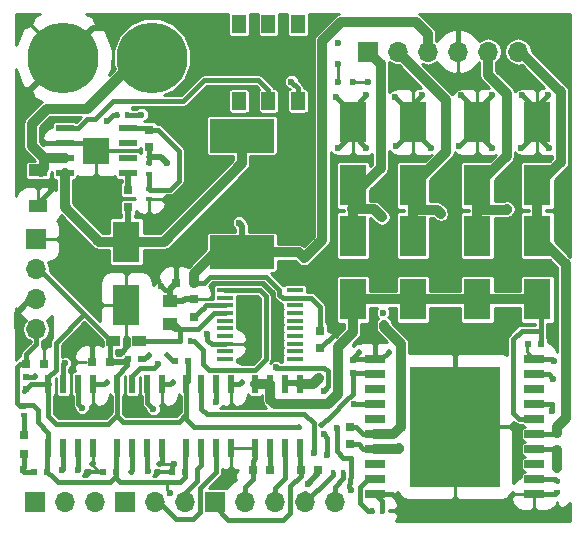
<source format=gtl>
G04 #@! TF.FileFunction,Copper,L1,Top,Signal*
%FSLAX46Y46*%
G04 Gerber Fmt 4.6, Leading zero omitted, Abs format (unit mm)*
G04 Created by KiCad (PCBNEW 4.0.6) date 12/03/17 01:19:17*
%MOMM*%
%LPD*%
G01*
G04 APERTURE LIST*
%ADD10C,0.100000*%
%ADD11R,0.750000X0.800000*%
%ADD12R,0.600000X0.500000*%
%ADD13R,0.500000X0.600000*%
%ADD14R,0.800000X0.750000*%
%ADD15R,2.300000X3.500000*%
%ADD16R,0.800000X0.800000*%
%ADD17R,1.700000X1.700000*%
%ADD18O,1.700000X1.700000*%
%ADD19C,6.000000*%
%ADD20R,1.200000X0.900000*%
%ADD21R,0.400000X0.600000*%
%ADD22R,0.600000X0.400000*%
%ADD23R,1.450000X0.450000*%
%ADD24R,1.550000X0.600000*%
%ADD25R,2.300000X2.300000*%
%ADD26R,1.651000X0.635000*%
%ADD27R,7.620000X10.160000*%
%ADD28R,0.600000X1.550000*%
%ADD29R,1.200000X1.500000*%
%ADD30R,5.400000X2.900000*%
%ADD31R,1.600000X1.000000*%
%ADD32R,1.250000X1.000000*%
%ADD33C,0.600000*%
%ADD34C,0.482600*%
%ADD35C,0.500000*%
%ADD36C,0.254000*%
%ADD37C,0.508000*%
%ADD38C,0.381000*%
%ADD39C,0.812800*%
%ADD40C,1.600000*%
%ADD41C,0.250000*%
%ADD42C,0.226060*%
G04 APERTURE END LIST*
D10*
D11*
X172720000Y-82435000D03*
X172720000Y-83935000D03*
X203454000Y-93738000D03*
X203454000Y-95238000D03*
X167132000Y-73164000D03*
X167132000Y-74664000D03*
D12*
X160316000Y-97028000D03*
X159216000Y-97028000D03*
X166158000Y-97028000D03*
X165058000Y-97028000D03*
X172000000Y-97028000D03*
X170900000Y-97028000D03*
X172254000Y-87630000D03*
X171154000Y-87630000D03*
X167115400Y-87503000D03*
X168215400Y-87503000D03*
D13*
X158496000Y-90085000D03*
X158496000Y-88985000D03*
D11*
X183388000Y-86602000D03*
X183388000Y-85102000D03*
D12*
X202073600Y-86207600D03*
X200973600Y-86207600D03*
D11*
X168910000Y-69584000D03*
X168910000Y-68084000D03*
D14*
X171208000Y-81026000D03*
X172708000Y-81026000D03*
X164096000Y-87757000D03*
X165596000Y-87757000D03*
D13*
X186182000Y-88688000D03*
X186182000Y-87588000D03*
D14*
X160008000Y-87884000D03*
X158508000Y-87884000D03*
D11*
X185928000Y-93230000D03*
X185928000Y-94730000D03*
D14*
X177685000Y-96901000D03*
X179185000Y-96901000D03*
X183249000Y-96901000D03*
X181749000Y-96901000D03*
D15*
X196723000Y-82456000D03*
X196723000Y-77056000D03*
X196723000Y-72804000D03*
X196723000Y-67404000D03*
X201803000Y-82456000D03*
X201803000Y-77056000D03*
X201803000Y-72804000D03*
X201803000Y-67404000D03*
X167005000Y-77564000D03*
X167005000Y-82964000D03*
D16*
X158369000Y-93942000D03*
X158369000Y-95542000D03*
D15*
X191262000Y-82456000D03*
X191262000Y-77056000D03*
X191262000Y-72804000D03*
X191262000Y-67404000D03*
X186182000Y-82456000D03*
X186182000Y-77056000D03*
X186182000Y-72804000D03*
X186182000Y-67404000D03*
D17*
X187452000Y-61468000D03*
D18*
X189992000Y-61468000D03*
X192532000Y-61468000D03*
X195072000Y-61468000D03*
X197612000Y-61468000D03*
X200152000Y-61468000D03*
D19*
X161671000Y-61976000D03*
X169171000Y-61976000D03*
D17*
X166878000Y-99568000D03*
D18*
X169418000Y-99568000D03*
X171958000Y-99568000D03*
D17*
X159258000Y-99568000D03*
D18*
X161798000Y-99568000D03*
X164338000Y-99568000D03*
D20*
X168105000Y-85979000D03*
X165905000Y-85979000D03*
D21*
X171508000Y-85979000D03*
X172408000Y-85979000D03*
D22*
X203454000Y-98748000D03*
X203454000Y-97848000D03*
X168910000Y-71824000D03*
X168910000Y-70924000D03*
X168910000Y-73983000D03*
X168910000Y-73083000D03*
D21*
X188664000Y-100330000D03*
X187764000Y-100330000D03*
X167074000Y-66802000D03*
X166174000Y-66802000D03*
D22*
X158369000Y-91371000D03*
X158369000Y-92271000D03*
D23*
X175358000Y-81657000D03*
X175358000Y-82307000D03*
X175358000Y-82957000D03*
X175358000Y-83607000D03*
X175358000Y-84257000D03*
X175358000Y-84907000D03*
X175358000Y-85557000D03*
X175358000Y-86207000D03*
X175358000Y-86857000D03*
X175358000Y-87507000D03*
X181258000Y-87507000D03*
X181258000Y-86857000D03*
X181258000Y-86207000D03*
X181258000Y-85557000D03*
X181258000Y-84907000D03*
X181258000Y-84257000D03*
X181258000Y-83607000D03*
X181258000Y-82957000D03*
X181258000Y-82307000D03*
X181258000Y-81657000D03*
D24*
X167165000Y-71755000D03*
X167165000Y-70485000D03*
X167165000Y-69215000D03*
X167165000Y-67945000D03*
X161765000Y-67945000D03*
X161765000Y-69215000D03*
X161765000Y-70485000D03*
X161765000Y-71755000D03*
D25*
X164465000Y-69850000D03*
D26*
X201549000Y-98933000D03*
X201549000Y-97663000D03*
X201549000Y-96393000D03*
X201549000Y-95123000D03*
X201549000Y-93853000D03*
X201549000Y-92583000D03*
X201549000Y-91313000D03*
X201549000Y-90043000D03*
X201549000Y-88773000D03*
X201549000Y-87503000D03*
X188087000Y-87503000D03*
X188087000Y-88773000D03*
X188087000Y-90043000D03*
X188087000Y-91313000D03*
X188087000Y-92583000D03*
X188087000Y-93853000D03*
X188087000Y-95123000D03*
X188087000Y-96393000D03*
X188087000Y-97663000D03*
X188087000Y-98933000D03*
D27*
X194818000Y-93218000D03*
D28*
X172085000Y-95029000D03*
X173355000Y-95029000D03*
X174625000Y-95029000D03*
X175895000Y-95029000D03*
X175895000Y-89629000D03*
X174625000Y-89629000D03*
X173355000Y-89629000D03*
X172085000Y-89629000D03*
X166243000Y-95029000D03*
X167513000Y-95029000D03*
X168783000Y-95029000D03*
X170053000Y-95029000D03*
X170053000Y-89629000D03*
X168783000Y-89629000D03*
X167513000Y-89629000D03*
X166243000Y-89629000D03*
X160401000Y-95029000D03*
X161671000Y-95029000D03*
X162941000Y-95029000D03*
X164211000Y-95029000D03*
X164211000Y-89629000D03*
X162941000Y-89629000D03*
X161671000Y-89629000D03*
X160401000Y-89629000D03*
D17*
X159385000Y-77343000D03*
D18*
X159385000Y-79883000D03*
X159385000Y-82423000D03*
X159385000Y-84963000D03*
D28*
X181737000Y-89629000D03*
X180467000Y-89629000D03*
X179197000Y-89629000D03*
X177927000Y-89629000D03*
X177927000Y-95029000D03*
X179197000Y-95029000D03*
X180467000Y-95029000D03*
X181737000Y-95029000D03*
D17*
X174498000Y-99568000D03*
D18*
X177038000Y-99568000D03*
X179578000Y-99568000D03*
X182118000Y-99568000D03*
X184658000Y-99568000D03*
D21*
X185362000Y-97155000D03*
X184462000Y-97155000D03*
D29*
X176530000Y-59159000D03*
X179030000Y-59159000D03*
X181530000Y-59159000D03*
X181530000Y-65659000D03*
X179030000Y-65659000D03*
X176530000Y-65659000D03*
D30*
X176784000Y-68580000D03*
X176784000Y-78480000D03*
D31*
X159512000Y-71525000D03*
X159512000Y-74525000D03*
D32*
X170688000Y-84566000D03*
X170688000Y-82566000D03*
D33*
X184912000Y-60706000D03*
X184912000Y-62484000D03*
X184912000Y-64008000D03*
X186182000Y-64008000D03*
X187452000Y-64008000D03*
X169926000Y-81280000D03*
X195326000Y-84836000D03*
X196596000Y-84836000D03*
X197866000Y-84836000D03*
X199136000Y-84836000D03*
X199390000Y-83566000D03*
X187198000Y-85598000D03*
X188214000Y-85598000D03*
X190500000Y-84836000D03*
X192024000Y-84836000D03*
X165354000Y-67310000D03*
X171196000Y-79121000D03*
X203962000Y-62738000D03*
D34*
X196088000Y-58928000D03*
X197358000Y-58928000D03*
X198628000Y-58928000D03*
X200152000Y-58928000D03*
X201676000Y-58928000D03*
D33*
X194818000Y-58928000D03*
X203962000Y-58928000D03*
X203962000Y-60198000D03*
X203962000Y-61468000D03*
X202946000Y-61468000D03*
X202946000Y-60198000D03*
X202946000Y-58928000D03*
X193548000Y-58928000D03*
X158750000Y-65786000D03*
X165989000Y-59436000D03*
X160655000Y-73152000D03*
X173863000Y-85344000D03*
X184912000Y-69596000D03*
X187325000Y-69596000D03*
X187325000Y-65151000D03*
X184785000Y-65278000D03*
X192786000Y-69596000D03*
X189865000Y-69469000D03*
X189738000Y-65278000D03*
X192024000Y-65151000D03*
X195199000Y-69469000D03*
X197993000Y-69596000D03*
X197993000Y-65151000D03*
X195326000Y-65151000D03*
X202819000Y-69596000D03*
X200406000Y-69596000D03*
X202692000Y-65151000D03*
X200533000Y-65151000D03*
D34*
X160020000Y-69088000D03*
X189230000Y-86868000D03*
X186690000Y-86868000D03*
X163068000Y-85344000D03*
X165354000Y-89408000D03*
D35*
X170942000Y-89408000D03*
X184658000Y-84836000D03*
X168910000Y-87122000D03*
X170434000Y-87122000D03*
X159258000Y-88900000D03*
D34*
X176784000Y-89408000D03*
D33*
X203200000Y-87630000D03*
X199263000Y-74777600D03*
X203479400Y-96697800D03*
D34*
X183515000Y-93091000D03*
X181610000Y-93218000D03*
X164084000Y-96393000D03*
X169799000Y-96393000D03*
D33*
X171069000Y-96393000D03*
X182372000Y-98044000D03*
X158242000Y-96901000D03*
X158242000Y-96774000D03*
D34*
X160008000Y-87884000D03*
X157734000Y-84836000D03*
X157988000Y-86106000D03*
D33*
X170688000Y-98806000D03*
X188722000Y-83566000D03*
X188645800Y-75514200D03*
X188823600Y-84582000D03*
X193598800Y-75184000D03*
X190093600Y-95072200D03*
X176530000Y-75946000D03*
X170434000Y-70866000D03*
X183286400Y-89128600D03*
X182067200Y-78943200D03*
D34*
X167386000Y-97028000D03*
D33*
X168833800Y-96977200D03*
X161569400Y-96875600D03*
X162915600Y-96926400D03*
X168275000Y-66802000D03*
X180975000Y-64008000D03*
X184835800Y-93370400D03*
X174625000Y-91109800D03*
X186055000Y-98552000D03*
X202996800Y-91897200D03*
X201422000Y-90017600D03*
X183997600Y-95605600D03*
X183692800Y-93853000D03*
X169291000Y-91719400D03*
X203149200Y-89179400D03*
X182854600Y-95427800D03*
X188087000Y-90093800D03*
X161772600Y-87858600D03*
X169697400Y-87934800D03*
X179679600Y-88214200D03*
X183743600Y-90170000D03*
X186283600Y-91338400D03*
X188188600Y-92557600D03*
X163271200Y-91643200D03*
D36*
X184912000Y-64008000D02*
X184912000Y-62484000D01*
X186182000Y-64008000D02*
X187452000Y-64008000D01*
D37*
X171946000Y-82435000D02*
X172720000Y-82435000D01*
X171815000Y-82566000D02*
X171946000Y-82435000D01*
X170688000Y-82566000D02*
X171815000Y-82566000D01*
D38*
X170307000Y-81661000D02*
X169926000Y-81280000D01*
X170688000Y-81661000D02*
X170307000Y-81661000D01*
D37*
X170688000Y-81661000D02*
X170688000Y-81546000D01*
X170688000Y-81546000D02*
X171208000Y-81026000D01*
X170688000Y-82566000D02*
X170688000Y-81661000D01*
D38*
X199136000Y-84836000D02*
X199136000Y-83820000D01*
X196596000Y-84836000D02*
X197866000Y-84836000D01*
X199136000Y-83820000D02*
X199390000Y-83566000D01*
X188087000Y-87503000D02*
X188087000Y-85725000D01*
X187198000Y-85598000D02*
X187198000Y-85344000D01*
X188087000Y-85725000D02*
X188214000Y-85598000D01*
X195326000Y-84836000D02*
X192024000Y-84836000D01*
X194818000Y-93218000D02*
X194818000Y-85344000D01*
X194818000Y-85344000D02*
X195326000Y-84836000D01*
X166174000Y-66802000D02*
X165862000Y-66802000D01*
X165862000Y-66802000D02*
X165354000Y-67310000D01*
X171208000Y-79133000D02*
X171196000Y-79121000D01*
X171208000Y-81026000D02*
X171208000Y-79133000D01*
D36*
X203962000Y-61468000D02*
X203962000Y-62738000D01*
D38*
X196088000Y-58928000D02*
X197358000Y-58928000D01*
X198628000Y-58928000D02*
X200152000Y-58928000D01*
D36*
X203962000Y-60198000D02*
X203962000Y-58928000D01*
X202946000Y-61468000D02*
X203962000Y-61468000D01*
X202946000Y-58928000D02*
X202946000Y-60198000D01*
X193548000Y-58928000D02*
X194818000Y-58928000D01*
D38*
X195072000Y-59182000D02*
X194818000Y-58928000D01*
X195072000Y-59182000D02*
X195072000Y-61468000D01*
D36*
X201549000Y-87503000D02*
X200914000Y-86868000D01*
X200914000Y-86868000D02*
X200914000Y-86267200D01*
X200914000Y-86267200D02*
X200973600Y-86207600D01*
D37*
X161671000Y-61976000D02*
X161544000Y-61976000D01*
X161544000Y-61976000D02*
X158750000Y-64770000D01*
X158750000Y-64770000D02*
X158750000Y-65786000D01*
X161671000Y-61976000D02*
X164211000Y-59436000D01*
X164211000Y-59436000D02*
X165989000Y-59436000D01*
D38*
X159512000Y-74525000D02*
X159512000Y-74295000D01*
X159512000Y-74295000D02*
X160655000Y-73152000D01*
X175358000Y-86207000D02*
X174218000Y-86207000D01*
X173863000Y-85852000D02*
X173863000Y-85344000D01*
X174218000Y-86207000D02*
X173863000Y-85852000D01*
X186182000Y-67404000D02*
X186182000Y-68326000D01*
X186182000Y-68326000D02*
X184912000Y-69596000D01*
X186182000Y-67404000D02*
X186182000Y-68453000D01*
X186182000Y-68453000D02*
X187325000Y-69596000D01*
X186182000Y-67404000D02*
X186182000Y-66294000D01*
X186182000Y-66294000D02*
X187325000Y-65151000D01*
X186182000Y-67404000D02*
X186182000Y-66675000D01*
X186182000Y-66675000D02*
X184785000Y-65278000D01*
X191262000Y-67404000D02*
X191262000Y-68072000D01*
X191262000Y-68072000D02*
X192786000Y-69596000D01*
X191262000Y-68072000D02*
X189865000Y-69469000D01*
X191262000Y-67404000D02*
X191262000Y-66802000D01*
X191262000Y-66802000D02*
X189738000Y-65278000D01*
X191262000Y-67404000D02*
X191262000Y-65913000D01*
X191262000Y-65913000D02*
X192024000Y-65151000D01*
X196723000Y-67404000D02*
X196723000Y-67945000D01*
X196723000Y-67945000D02*
X195199000Y-69469000D01*
X196723000Y-67404000D02*
X196723000Y-68326000D01*
X196723000Y-68326000D02*
X197993000Y-69596000D01*
X196723000Y-67404000D02*
X196723000Y-66421000D01*
X196723000Y-66421000D02*
X197993000Y-65151000D01*
X196723000Y-67404000D02*
X196723000Y-66548000D01*
X196723000Y-66548000D02*
X195326000Y-65151000D01*
X201803000Y-67404000D02*
X201803000Y-68580000D01*
X201803000Y-68580000D02*
X202819000Y-69596000D01*
X201803000Y-67404000D02*
X201803000Y-68199000D01*
X201803000Y-68199000D02*
X200406000Y-69596000D01*
X201803000Y-67404000D02*
X201803000Y-66040000D01*
X201803000Y-66040000D02*
X202692000Y-65151000D01*
X201803000Y-67404000D02*
X201803000Y-66421000D01*
X201803000Y-66421000D02*
X200533000Y-65151000D01*
X188087000Y-98933000D02*
X189484000Y-98933000D01*
X190373000Y-99822000D02*
X190627000Y-99822000D01*
X189484000Y-98933000D02*
X190373000Y-99822000D01*
X161765000Y-69215000D02*
X160147000Y-69215000D01*
X160147000Y-69215000D02*
X160020000Y-69088000D01*
X161765000Y-69215000D02*
X163830000Y-69215000D01*
X163830000Y-69215000D02*
X164465000Y-69850000D01*
X188087000Y-87503000D02*
X188595000Y-87503000D01*
X188595000Y-87503000D02*
X189230000Y-86868000D01*
X186182000Y-87588000D02*
X186182000Y-87376000D01*
X186182000Y-87376000D02*
X186690000Y-86868000D01*
X164096000Y-87757000D02*
X164096000Y-85864000D01*
X163576000Y-85344000D02*
X163068000Y-85344000D01*
X164096000Y-85864000D02*
X163576000Y-85344000D01*
X164211000Y-89629000D02*
X165133000Y-89629000D01*
X165133000Y-89629000D02*
X165354000Y-89408000D01*
X170053000Y-89629000D02*
X170721000Y-89629000D01*
X170721000Y-89629000D02*
X170942000Y-89408000D01*
X183388000Y-86602000D02*
X183400000Y-86602000D01*
X183400000Y-86602000D02*
X184658000Y-85344000D01*
X184658000Y-85344000D02*
X184658000Y-84836000D01*
X168215400Y-87503000D02*
X168529000Y-87503000D01*
X168529000Y-87503000D02*
X168910000Y-87122000D01*
X171154000Y-87630000D02*
X170942000Y-87630000D01*
X170942000Y-87630000D02*
X170434000Y-87122000D01*
X158496000Y-88985000D02*
X159173000Y-88985000D01*
X159173000Y-88985000D02*
X159258000Y-88900000D01*
X175895000Y-89629000D02*
X176563000Y-89629000D01*
X176563000Y-89629000D02*
X176784000Y-89408000D01*
X201549000Y-87503000D02*
X203073000Y-87503000D01*
X203073000Y-87503000D02*
X203200000Y-87630000D01*
X188664000Y-100330000D02*
X188664000Y-99510000D01*
X188664000Y-99510000D02*
X188087000Y-98933000D01*
X201549000Y-98933000D02*
X203269000Y-98933000D01*
X203269000Y-98933000D02*
X203454000Y-98748000D01*
X188087000Y-87503000D02*
X186267000Y-87503000D01*
X186267000Y-87503000D02*
X186182000Y-87588000D01*
X175358000Y-82957000D02*
X173762000Y-82957000D01*
X173418000Y-83237000D02*
X172720000Y-83935000D01*
X173482000Y-83237000D02*
X173418000Y-83237000D01*
X173762000Y-82957000D02*
X173482000Y-83237000D01*
D39*
X160020000Y-70485000D02*
X160020000Y-71362000D01*
X160020000Y-71362000D02*
X159754000Y-71628000D01*
X159004000Y-69215000D02*
X159004000Y-69469000D01*
X163703000Y-66294000D02*
X160274000Y-66294000D01*
X160274000Y-66294000D02*
X159004000Y-67564000D01*
X159004000Y-67564000D02*
X159004000Y-69215000D01*
X168021000Y-61976000D02*
X163703000Y-66294000D01*
X160020000Y-70485000D02*
X161765000Y-70485000D01*
X159004000Y-69469000D02*
X160020000Y-70485000D01*
D40*
X169171000Y-61976000D02*
X168021000Y-61976000D01*
D39*
X169171000Y-61976000D02*
X167640000Y-61976000D01*
X168275000Y-62872000D02*
X169171000Y-61976000D01*
X169552000Y-62484000D02*
X169926000Y-62484000D01*
X203454000Y-93738000D02*
X203454000Y-93218000D01*
X204216000Y-79469000D02*
X201803000Y-77056000D01*
X204216000Y-92456000D02*
X204216000Y-79469000D01*
X203454000Y-93218000D02*
X204216000Y-92456000D01*
X200152000Y-61468000D02*
X200355200Y-61468000D01*
X200355200Y-61468000D02*
X203784200Y-64897000D01*
X203784200Y-64897000D02*
X203784200Y-70822800D01*
X203784200Y-70822800D02*
X201803000Y-72804000D01*
X201803000Y-77056000D02*
X201803000Y-74930000D01*
X201803000Y-74930000D02*
X201803000Y-72804000D01*
D38*
X201549000Y-93853000D02*
X203339000Y-93853000D01*
X203339000Y-93853000D02*
X203454000Y-93738000D01*
D39*
X203454000Y-95238000D02*
X203454000Y-96672400D01*
X199186800Y-74853800D02*
X196723000Y-74853800D01*
X199263000Y-74777600D02*
X199186800Y-74853800D01*
X203454000Y-96672400D02*
X203479400Y-96697800D01*
X197612000Y-61468000D02*
X197612000Y-63449200D01*
X199186800Y-70340200D02*
X196723000Y-72804000D01*
X199186800Y-65024000D02*
X199186800Y-70340200D01*
X197612000Y-63449200D02*
X199186800Y-65024000D01*
X196723000Y-77056000D02*
X196723000Y-74853800D01*
X196723000Y-74853800D02*
X196723000Y-72804000D01*
D38*
X201549000Y-95123000D02*
X203339000Y-95123000D01*
X203339000Y-95123000D02*
X203454000Y-95238000D01*
D37*
X171085000Y-84963000D02*
X170688000Y-84566000D01*
X171508000Y-84963000D02*
X171085000Y-84963000D01*
D38*
X171196000Y-84651000D02*
X171508000Y-84963000D01*
X175358000Y-83607000D02*
X174457000Y-83607000D01*
X173101000Y-84963000D02*
X171508000Y-84963000D01*
X174457000Y-83607000D02*
X173101000Y-84963000D01*
X171508000Y-85979000D02*
X168105000Y-85979000D01*
X171508000Y-85979000D02*
X171508000Y-84963000D01*
D37*
X167165000Y-71755000D02*
X167165000Y-73131000D01*
D38*
X167165000Y-73131000D02*
X167132000Y-73164000D01*
D37*
X167132000Y-74664000D02*
X167132000Y-77437000D01*
D38*
X167132000Y-77437000D02*
X167005000Y-77564000D01*
D39*
X167005000Y-77564000D02*
X170162200Y-77564000D01*
X176784000Y-70942200D02*
X176784000Y-68580000D01*
X170162200Y-77564000D02*
X176784000Y-70942200D01*
X161765000Y-71755000D02*
X161765000Y-74617600D01*
X164711400Y-77564000D02*
X165354000Y-77564000D01*
X165354000Y-77564000D02*
X167005000Y-77564000D01*
X161765000Y-74617600D02*
X164711400Y-77564000D01*
X167005000Y-77564000D02*
X167546000Y-77564000D01*
D41*
X177488000Y-69850000D02*
X177292000Y-69654000D01*
D38*
X172085000Y-92176600D02*
X172085000Y-92583000D01*
X186182000Y-90424000D02*
X186182000Y-88688000D01*
X185547000Y-91059000D02*
X186182000Y-90424000D01*
X184404000Y-92202000D02*
X185547000Y-91059000D01*
X183515000Y-93091000D02*
X184404000Y-92202000D01*
X172720000Y-93218000D02*
X181610000Y-93218000D01*
X172085000Y-92583000D02*
X172720000Y-93218000D01*
D37*
X165596000Y-87757000D02*
X166861400Y-87757000D01*
X166861400Y-87757000D02*
X167115400Y-87503000D01*
D38*
X160401000Y-89629000D02*
X160401000Y-89027000D01*
X160401000Y-89027000D02*
X161036000Y-88392000D01*
X161036000Y-86106000D02*
X163449000Y-83693000D01*
X161036000Y-88392000D02*
X161036000Y-86106000D01*
X159385000Y-79883000D02*
X159639000Y-79883000D01*
X159639000Y-79883000D02*
X163449000Y-83693000D01*
X163449000Y-83693000D02*
X165735000Y-85979000D01*
X165735000Y-85979000D02*
X165905000Y-85979000D01*
X165596000Y-87757000D02*
X165596000Y-86288000D01*
X165596000Y-86288000D02*
X165905000Y-85979000D01*
X159385000Y-79883000D02*
X158877000Y-79883000D01*
X166243000Y-92227400D02*
X166243000Y-92354400D01*
X172085000Y-92176600D02*
X172085000Y-89629000D01*
X171424600Y-92837000D02*
X172085000Y-92176600D01*
X166725600Y-92837000D02*
X171424600Y-92837000D01*
X166243000Y-92354400D02*
X166725600Y-92837000D01*
X160401000Y-89629000D02*
X160401000Y-92329000D01*
X166243000Y-92227400D02*
X166243000Y-89629000D01*
X165481000Y-92989400D02*
X166243000Y-92227400D01*
X161061400Y-92989400D02*
X165481000Y-92989400D01*
X160401000Y-92329000D02*
X161061400Y-92989400D01*
X167090000Y-87757000D02*
X167090000Y-88053000D01*
X167090000Y-88053000D02*
X166243000Y-88900000D01*
X166243000Y-88900000D02*
X166243000Y-89629000D01*
X158369000Y-90212000D02*
X158496000Y-90085000D01*
X160401000Y-89629000D02*
X158952000Y-89629000D01*
X158952000Y-89629000D02*
X158496000Y-90085000D01*
X160413000Y-89617000D02*
X160401000Y-89629000D01*
X172254000Y-87630000D02*
X172254000Y-89333000D01*
X172254000Y-89333000D02*
X172085000Y-89502000D01*
X186182000Y-88688000D02*
X188002000Y-88688000D01*
X188002000Y-88688000D02*
X188087000Y-88773000D01*
D36*
X165058000Y-97028000D02*
X164719000Y-97028000D01*
X164719000Y-97028000D02*
X164084000Y-96393000D01*
X164211000Y-95029000D02*
X164211000Y-96266000D01*
X164211000Y-96266000D02*
X164084000Y-96393000D01*
D38*
X164211000Y-96266000D02*
X164084000Y-96393000D01*
D36*
X169799000Y-96393000D02*
X171069000Y-96393000D01*
D38*
X170053000Y-96139000D02*
X169799000Y-96393000D01*
X170053000Y-95029000D02*
X170053000Y-96139000D01*
X170900000Y-96562000D02*
X171069000Y-96393000D01*
X170900000Y-96562000D02*
X170900000Y-97028000D01*
D37*
X159385000Y-82423000D02*
X158877000Y-82423000D01*
X158877000Y-82423000D02*
X157734000Y-83566000D01*
X157734000Y-83566000D02*
X157734000Y-84836000D01*
D38*
X177038000Y-99568000D02*
X177038000Y-98298000D01*
X177685000Y-97651000D02*
X177685000Y-96901000D01*
X177038000Y-98298000D02*
X177685000Y-97651000D01*
D37*
X183249000Y-96901000D02*
X183249000Y-97167000D01*
X183249000Y-97167000D02*
X182372000Y-98044000D01*
D38*
X159216000Y-97028000D02*
X158369000Y-97028000D01*
X158369000Y-97028000D02*
X158242000Y-96901000D01*
X158242000Y-96774000D02*
X158369000Y-96647000D01*
X158369000Y-96647000D02*
X158369000Y-95542000D01*
X158877000Y-82423000D02*
X157734000Y-83566000D01*
X157734000Y-83566000D02*
X157734000Y-84836000D01*
X177685000Y-96901000D02*
X177685000Y-96127000D01*
X177927000Y-95885000D02*
X177927000Y-95029000D01*
X177685000Y-96127000D02*
X177927000Y-95885000D01*
D36*
X170434000Y-97917000D02*
X170434000Y-98552000D01*
X170434000Y-98552000D02*
X170688000Y-98806000D01*
D38*
X160401000Y-95029000D02*
X160401000Y-93726000D01*
X159062000Y-91371000D02*
X158369000Y-91371000D01*
X159512000Y-91821000D02*
X159062000Y-91371000D01*
X159512000Y-92837000D02*
X159512000Y-91821000D01*
X160401000Y-93726000D02*
X159512000Y-92837000D01*
X160316000Y-97028000D02*
X160316000Y-95114000D01*
X160316000Y-95114000D02*
X160401000Y-95029000D01*
X166158000Y-97028000D02*
X166158000Y-97367000D01*
X160697000Y-97409000D02*
X160316000Y-97028000D01*
X161205000Y-97917000D02*
X160697000Y-97409000D01*
X165608000Y-97917000D02*
X161205000Y-97917000D01*
X166158000Y-97367000D02*
X165608000Y-97917000D01*
X166158000Y-97282000D02*
X166158000Y-97578000D01*
X172000000Y-97494000D02*
X172000000Y-97028000D01*
X171577000Y-97917000D02*
X172000000Y-97494000D01*
X166497000Y-97917000D02*
X170434000Y-97917000D01*
X170434000Y-97917000D02*
X171577000Y-97917000D01*
X166158000Y-97578000D02*
X166497000Y-97917000D01*
X158508000Y-87884000D02*
X158508000Y-87110000D01*
X159385000Y-86233000D02*
X159385000Y-84963000D01*
X158508000Y-87110000D02*
X159385000Y-86233000D01*
X166158000Y-97028000D02*
X166158000Y-95114000D01*
X166158000Y-95114000D02*
X166243000Y-95029000D01*
X172000000Y-97028000D02*
X172000000Y-95114000D01*
X172000000Y-95114000D02*
X172085000Y-95029000D01*
X160401000Y-94869000D02*
X160401000Y-95029000D01*
X158300000Y-91440000D02*
X157988000Y-91440000D01*
X157988000Y-87884000D02*
X157734000Y-88138000D01*
X157734000Y-88138000D02*
X157734000Y-91186000D01*
X157734000Y-91186000D02*
X157988000Y-91440000D01*
X157988000Y-87884000D02*
X158508000Y-87884000D01*
X158300000Y-91440000D02*
X158369000Y-91371000D01*
X166158000Y-97282000D02*
X166158000Y-97028000D01*
X172000000Y-95114000D02*
X172085000Y-95029000D01*
X166158000Y-95114000D02*
X166243000Y-95029000D01*
X160316000Y-95114000D02*
X160401000Y-95029000D01*
X172000000Y-94987000D02*
X172085000Y-94902000D01*
X160316000Y-94987000D02*
X160401000Y-94902000D01*
X166158000Y-94987000D02*
X166243000Y-94902000D01*
X174498000Y-99568000D02*
X174498000Y-99974400D01*
X174498000Y-99974400D02*
X175641000Y-101117400D01*
X175641000Y-101117400D02*
X180238400Y-101117400D01*
X180238400Y-101117400D02*
X180848000Y-100507800D01*
X180848000Y-100507800D02*
X180848000Y-98272600D01*
X180848000Y-98272600D02*
X181749000Y-97371600D01*
X181749000Y-97371600D02*
X181749000Y-96901000D01*
X181737000Y-95029000D02*
X181737000Y-96889000D01*
X181737000Y-96889000D02*
X181749000Y-96901000D01*
X201549000Y-92583000D02*
X200533000Y-92583000D01*
X202073600Y-85090000D02*
X200456800Y-85090000D01*
X200253600Y-92583000D02*
X200533000Y-92583000D01*
X200533000Y-92583000D02*
X200710800Y-92583000D01*
X199720200Y-92049600D02*
X200253600Y-92583000D01*
X199720200Y-85826600D02*
X199720200Y-92049600D01*
X200456800Y-85090000D02*
X199720200Y-85826600D01*
X202073600Y-86207600D02*
X202073600Y-85090000D01*
X202073600Y-85090000D02*
X202073600Y-82726600D01*
X202073600Y-82726600D02*
X201803000Y-82456000D01*
D39*
X196723000Y-82456000D02*
X201803000Y-82456000D01*
X191262000Y-82456000D02*
X196723000Y-82456000D01*
X186182000Y-82456000D02*
X191262000Y-82456000D01*
X179197000Y-89629000D02*
X179197000Y-90982800D01*
X186182000Y-85217000D02*
X186182000Y-82456000D01*
X184886600Y-86512400D02*
X186182000Y-85217000D01*
X184886600Y-90500200D02*
X184886600Y-86512400D01*
X184048400Y-91338400D02*
X184886600Y-90500200D01*
X179552600Y-91338400D02*
X184048400Y-91338400D01*
X179197000Y-90982800D02*
X179552600Y-91338400D01*
X179197000Y-89629000D02*
X177927000Y-89629000D01*
D38*
X168910000Y-68084000D02*
X169684000Y-68084000D01*
X170688000Y-73152000D02*
X168979000Y-73152000D01*
X171450000Y-72390000D02*
X170688000Y-73152000D01*
X171450000Y-69850000D02*
X171450000Y-72390000D01*
X169684000Y-68084000D02*
X171450000Y-69850000D01*
X168979000Y-73152000D02*
X168910000Y-73083000D01*
X168910000Y-73083000D02*
X168910000Y-72517000D01*
X168910000Y-72517000D02*
X168910000Y-71824000D01*
X167165000Y-67945000D02*
X168771000Y-67945000D01*
X168771000Y-67945000D02*
X168910000Y-68084000D01*
D39*
X188087000Y-93853000D02*
X189611000Y-93853000D01*
X187960000Y-74828400D02*
X186131200Y-74828400D01*
X188645800Y-75514200D02*
X187960000Y-74828400D01*
X188823600Y-84785200D02*
X188823600Y-84582000D01*
X190246000Y-86207600D02*
X188823600Y-84785200D01*
X190246000Y-93218000D02*
X190246000Y-86207600D01*
X189611000Y-93853000D02*
X190246000Y-93218000D01*
X186131200Y-74828400D02*
X186182000Y-74828400D01*
X186182000Y-74828400D02*
X186131200Y-74828400D01*
X186131200Y-74828400D02*
X186182000Y-74828400D01*
X186182000Y-72804000D02*
X187063400Y-72804000D01*
X187063400Y-72804000D02*
X188518800Y-71348600D01*
X188518800Y-62534800D02*
X187452000Y-61468000D01*
X188518800Y-71348600D02*
X188518800Y-62534800D01*
X186182000Y-77056000D02*
X186182000Y-74828400D01*
X186182000Y-74828400D02*
X186182000Y-72804000D01*
D38*
X185928000Y-93230000D02*
X186448000Y-93230000D01*
X187071000Y-93853000D02*
X188087000Y-93853000D01*
X186448000Y-93230000D02*
X187071000Y-93853000D01*
D39*
X188087000Y-95123000D02*
X190042800Y-95123000D01*
X193294000Y-74879200D02*
X191262000Y-74879200D01*
X193598800Y-75184000D02*
X193294000Y-74879200D01*
X190042800Y-95123000D02*
X190093600Y-95072200D01*
X189992000Y-61468000D02*
X189992000Y-61518800D01*
X189992000Y-61518800D02*
X194081400Y-65608200D01*
X194081400Y-65608200D02*
X194081400Y-69984600D01*
X194081400Y-69984600D02*
X191262000Y-72804000D01*
X191262000Y-77056000D02*
X191262000Y-74879200D01*
X191262000Y-74879200D02*
X191262000Y-74853800D01*
X191262000Y-74853800D02*
X191262000Y-72804000D01*
D38*
X185928000Y-94730000D02*
X186678000Y-94730000D01*
X187071000Y-95123000D02*
X188087000Y-95123000D01*
X186678000Y-94730000D02*
X187071000Y-95123000D01*
X179185000Y-96901000D02*
X179185000Y-95041000D01*
X179185000Y-95041000D02*
X179197000Y-95029000D01*
X158369000Y-92271000D02*
X158369000Y-93942000D01*
D37*
X176530000Y-75946000D02*
X176784000Y-76200000D01*
X168910000Y-70358000D02*
X169926000Y-70358000D01*
X176784000Y-76200000D02*
X176784000Y-78480000D01*
X169926000Y-70358000D02*
X170434000Y-70866000D01*
D38*
X181258000Y-82307000D02*
X182637000Y-82307000D01*
X183388000Y-83058000D02*
X183388000Y-85102000D01*
X182637000Y-82307000D02*
X183388000Y-83058000D01*
X168910000Y-69584000D02*
X168910000Y-70358000D01*
X168910000Y-70358000D02*
X168910000Y-70924000D01*
D39*
X192532000Y-61468000D02*
X192532000Y-59969400D01*
X183565800Y-77444600D02*
X182067200Y-78943200D01*
X183565800Y-60579000D02*
X183565800Y-77444600D01*
X185166000Y-58978800D02*
X183565800Y-60579000D01*
X191541400Y-58978800D02*
X185166000Y-58978800D01*
X192532000Y-59969400D02*
X191541400Y-58978800D01*
X176784000Y-78480000D02*
X181604000Y-78480000D01*
X181604000Y-78480000D02*
X182067200Y-78943200D01*
X182786000Y-89629000D02*
X181737000Y-89629000D01*
X183286400Y-89128600D02*
X182786000Y-89629000D01*
D38*
X172708000Y-81026000D02*
X173609000Y-81026000D01*
X180224000Y-82307000D02*
X181258000Y-82307000D01*
X179959000Y-82042000D02*
X180224000Y-82307000D01*
X179959000Y-81661000D02*
X179959000Y-82042000D01*
X178816000Y-80518000D02*
X179959000Y-81661000D01*
X174117000Y-80518000D02*
X178816000Y-80518000D01*
X173609000Y-81026000D02*
X174117000Y-80518000D01*
D39*
X172708000Y-81026000D02*
X172708000Y-80276000D01*
X172708000Y-80276000D02*
X174504000Y-78480000D01*
X174504000Y-78480000D02*
X176784000Y-78480000D01*
D37*
X180467000Y-89502000D02*
X181737000Y-89502000D01*
D38*
X181852000Y-89387000D02*
X181737000Y-89502000D01*
X180352000Y-89387000D02*
X180467000Y-89502000D01*
X167513000Y-96901000D02*
X167513000Y-95029000D01*
X167386000Y-97028000D02*
X167513000Y-96901000D01*
X169418000Y-99568000D02*
X169773600Y-99568000D01*
X169773600Y-99568000D02*
X171221400Y-101015800D01*
X171221400Y-101015800D02*
X172669200Y-101015800D01*
X172669200Y-101015800D02*
X173253400Y-100431600D01*
X173253400Y-100431600D02*
X173253400Y-98399600D01*
X173253400Y-98399600D02*
X174625000Y-97028000D01*
X174625000Y-97028000D02*
X174625000Y-95029000D01*
X171958000Y-99568000D02*
X171958000Y-98806000D01*
X171958000Y-98806000D02*
X172948600Y-97815400D01*
X173355000Y-96443800D02*
X173355000Y-95029000D01*
X172948600Y-96850200D02*
X173355000Y-96443800D01*
X172948600Y-97815400D02*
X172948600Y-96850200D01*
X171958000Y-99568000D02*
X171958000Y-99136200D01*
X168783000Y-96926400D02*
X168783000Y-95029000D01*
X168833800Y-96977200D02*
X168783000Y-96926400D01*
X161671000Y-96774000D02*
X161671000Y-95029000D01*
X161569400Y-96875600D02*
X161671000Y-96774000D01*
X162941000Y-96901000D02*
X162941000Y-95029000D01*
X162915600Y-96926400D02*
X162941000Y-96901000D01*
X179578000Y-99568000D02*
X179578000Y-98425000D01*
X180467000Y-97536000D02*
X180467000Y-95029000D01*
X179578000Y-98425000D02*
X180467000Y-97536000D01*
X172408000Y-85979000D02*
X172720000Y-85979000D01*
X178304000Y-81657000D02*
X175358000Y-81657000D01*
X178816000Y-82169000D02*
X178304000Y-81657000D01*
X178816000Y-87503000D02*
X178816000Y-82169000D01*
X177927000Y-88392000D02*
X178816000Y-87503000D01*
X173990000Y-88392000D02*
X177927000Y-88392000D01*
X173482000Y-87884000D02*
X173990000Y-88392000D01*
X173482000Y-86741000D02*
X173482000Y-87884000D01*
X172720000Y-85979000D02*
X173482000Y-86741000D01*
X201549000Y-97663000D02*
X203269000Y-97663000D01*
X203269000Y-97663000D02*
X203454000Y-97848000D01*
X188087000Y-97663000D02*
X187452000Y-97663000D01*
X187452000Y-97663000D02*
X186817000Y-98298000D01*
X187452000Y-100330000D02*
X187764000Y-100330000D01*
X186817000Y-99695000D02*
X187452000Y-100330000D01*
X186817000Y-98298000D02*
X186817000Y-99695000D01*
X181530000Y-65659000D02*
X181530000Y-64563000D01*
X168275000Y-66802000D02*
X167074000Y-66802000D01*
X181530000Y-64563000D02*
X180975000Y-64008000D01*
X174625000Y-89629000D02*
X174625000Y-91109800D01*
X201549000Y-91313000D02*
X203022200Y-91313000D01*
X184835800Y-95326200D02*
X184835800Y-93370400D01*
X184835800Y-93370400D02*
X184835800Y-93345000D01*
X185369200Y-95859600D02*
X184835800Y-95326200D01*
X186055000Y-95885000D02*
X185369200Y-95859600D01*
X186055000Y-97282000D02*
X186055000Y-95885000D01*
X185877200Y-98374200D02*
X186055000Y-97282000D01*
X186055000Y-98552000D02*
X185877200Y-98374200D01*
X203022200Y-91313000D02*
X202996800Y-91897200D01*
X168783000Y-89629000D02*
X168783000Y-91211400D01*
X201422000Y-90017600D02*
X201447400Y-90043000D01*
X183997600Y-94157800D02*
X183997600Y-95605600D01*
X183692800Y-93853000D02*
X183997600Y-94157800D01*
X168783000Y-91211400D02*
X169291000Y-91719400D01*
X201447400Y-90043000D02*
X201549000Y-90043000D01*
X201549000Y-90068400D02*
X201549000Y-90043000D01*
X173355000Y-89629000D02*
X173355000Y-91694000D01*
X202768200Y-88798400D02*
X201574400Y-88798400D01*
X203149200Y-89179400D02*
X202768200Y-88798400D01*
X182854600Y-92938600D02*
X182854600Y-95427800D01*
X182051302Y-92135302D02*
X182854600Y-92938600D01*
X173796302Y-92135302D02*
X182051302Y-92135302D01*
X173355000Y-91694000D02*
X173796302Y-92135302D01*
X201574400Y-88798400D02*
X201549000Y-88773000D01*
X161671000Y-89629000D02*
X161671000Y-87960200D01*
X188087000Y-90093800D02*
X188087000Y-90043000D01*
X161671000Y-87960200D02*
X161772600Y-87858600D01*
X167513000Y-89629000D02*
X167513000Y-88925400D01*
X167513000Y-88925400D02*
X168173400Y-88265000D01*
X168173400Y-88265000D02*
X169367200Y-88265000D01*
X169367200Y-88265000D02*
X169697400Y-87934800D01*
X179679600Y-88214200D02*
X179705000Y-88239600D01*
X179705000Y-88239600D02*
X183769000Y-88239600D01*
X183769000Y-88239600D02*
X184089698Y-88560298D01*
X184089698Y-88560298D02*
X184089698Y-89823902D01*
X184089698Y-89823902D02*
X183743600Y-90170000D01*
X186283600Y-91338400D02*
X186309000Y-91313000D01*
X186309000Y-91313000D02*
X188087000Y-91313000D01*
X162941000Y-89629000D02*
X162941000Y-91313000D01*
X188188600Y-92557600D02*
X188163200Y-92583000D01*
X162941000Y-91313000D02*
X163271200Y-91643200D01*
X188163200Y-92583000D02*
X188087000Y-92583000D01*
X187833000Y-92583000D02*
X188087000Y-92583000D01*
X184462000Y-97155000D02*
X184462000Y-97351000D01*
X184462000Y-97351000D02*
X183261000Y-98552000D01*
X183261000Y-98552000D02*
X183134000Y-98552000D01*
X183134000Y-98552000D02*
X182118000Y-99568000D01*
X182118000Y-99568000D02*
X182118000Y-98806000D01*
X182118000Y-99568000D02*
X182118000Y-99009200D01*
X184658000Y-99568000D02*
X184658000Y-98298000D01*
X185362000Y-97594000D02*
X185362000Y-97155000D01*
X184658000Y-98298000D02*
X185362000Y-97594000D01*
X184658000Y-99568000D02*
X184658000Y-98907600D01*
X161765000Y-67945000D02*
X162941000Y-67945000D01*
X179030000Y-64730000D02*
X179030000Y-65659000D01*
X178181000Y-63881000D02*
X179030000Y-64730000D01*
X173609000Y-63881000D02*
X178181000Y-63881000D01*
X171831000Y-65659000D02*
X173609000Y-63881000D01*
X165862000Y-65659000D02*
X171831000Y-65659000D01*
X164338000Y-67183000D02*
X165862000Y-65659000D01*
X163703000Y-67183000D02*
X164338000Y-67183000D01*
X162941000Y-67945000D02*
X163703000Y-67183000D01*
X161765000Y-67945000D02*
X161765000Y-67851000D01*
D42*
G36*
X177039270Y-99566730D02*
X177059270Y-99566730D01*
X177059270Y-99569270D01*
X177039270Y-99569270D01*
X177039270Y-99589270D01*
X177036730Y-99589270D01*
X177036730Y-99569270D01*
X177016730Y-99569270D01*
X177016730Y-99566730D01*
X177036730Y-99566730D01*
X177036730Y-99546730D01*
X177039270Y-99546730D01*
X177039270Y-99566730D01*
X177039270Y-99566730D01*
G37*
X177039270Y-99566730D02*
X177059270Y-99566730D01*
X177059270Y-99569270D01*
X177039270Y-99569270D01*
X177039270Y-99589270D01*
X177036730Y-99589270D01*
X177036730Y-99569270D01*
X177016730Y-99569270D01*
X177016730Y-99566730D01*
X177036730Y-99566730D01*
X177036730Y-99546730D01*
X177039270Y-99546730D01*
X177039270Y-99566730D01*
G36*
X175896270Y-95027730D02*
X177925730Y-95027730D01*
X177925730Y-95007730D01*
X177928270Y-95007730D01*
X177928270Y-95027730D01*
X177948270Y-95027730D01*
X177948270Y-95030270D01*
X177928270Y-95030270D01*
X177928270Y-95050270D01*
X177925730Y-95050270D01*
X177925730Y-95030270D01*
X175896270Y-95030270D01*
X175896270Y-96650773D01*
X176178527Y-96933030D01*
X176407467Y-96933030D01*
X176155970Y-97184527D01*
X176155970Y-97500578D01*
X176273091Y-97783333D01*
X175875783Y-97966185D01*
X175455229Y-98420552D01*
X175348000Y-98398838D01*
X173966260Y-98398838D01*
X174981049Y-97384050D01*
X175036335Y-97301308D01*
X175090201Y-97220693D01*
X175128530Y-97028000D01*
X175128530Y-96832835D01*
X175370422Y-96933030D01*
X175611473Y-96933030D01*
X175893730Y-96650773D01*
X175893730Y-95030270D01*
X175873730Y-95030270D01*
X175873730Y-95027730D01*
X175893730Y-95027730D01*
X175893730Y-95007730D01*
X175896270Y-95007730D01*
X175896270Y-95027730D01*
X175896270Y-95027730D01*
G37*
X175896270Y-95027730D02*
X177925730Y-95027730D01*
X177925730Y-95007730D01*
X177928270Y-95007730D01*
X177928270Y-95027730D01*
X177948270Y-95027730D01*
X177948270Y-95030270D01*
X177928270Y-95030270D01*
X177928270Y-95050270D01*
X177925730Y-95050270D01*
X177925730Y-95030270D01*
X175896270Y-95030270D01*
X175896270Y-96650773D01*
X176178527Y-96933030D01*
X176407467Y-96933030D01*
X176155970Y-97184527D01*
X176155970Y-97500578D01*
X176273091Y-97783333D01*
X175875783Y-97966185D01*
X175455229Y-98420552D01*
X175348000Y-98398838D01*
X173966260Y-98398838D01*
X174981049Y-97384050D01*
X175036335Y-97301308D01*
X175090201Y-97220693D01*
X175128530Y-97028000D01*
X175128530Y-96832835D01*
X175370422Y-96933030D01*
X175611473Y-96933030D01*
X175893730Y-96650773D01*
X175893730Y-95030270D01*
X175873730Y-95030270D01*
X175873730Y-95027730D01*
X175893730Y-95027730D01*
X175893730Y-95007730D01*
X175896270Y-95007730D01*
X175896270Y-95027730D01*
G36*
X163686422Y-96933030D02*
X163817527Y-96933030D01*
X163911227Y-97026730D01*
X165056730Y-97026730D01*
X165056730Y-97006730D01*
X165059270Y-97006730D01*
X165059270Y-97026730D01*
X165079270Y-97026730D01*
X165079270Y-97029270D01*
X165059270Y-97029270D01*
X165059270Y-97049270D01*
X165056730Y-97049270D01*
X165056730Y-97029270D01*
X163911227Y-97029270D01*
X163628970Y-97311527D01*
X163628970Y-97413470D01*
X163295393Y-97413470D01*
X163434999Y-97274107D01*
X163528523Y-97048874D01*
X163528681Y-96867691D01*
X163686422Y-96933030D01*
X163686422Y-96933030D01*
G37*
X163686422Y-96933030D02*
X163817527Y-96933030D01*
X163911227Y-97026730D01*
X165056730Y-97026730D01*
X165056730Y-97006730D01*
X165059270Y-97006730D01*
X165059270Y-97026730D01*
X165079270Y-97026730D01*
X165079270Y-97029270D01*
X165059270Y-97029270D01*
X165059270Y-97049270D01*
X165056730Y-97049270D01*
X165056730Y-97029270D01*
X163911227Y-97029270D01*
X163628970Y-97311527D01*
X163628970Y-97413470D01*
X163295393Y-97413470D01*
X163434999Y-97274107D01*
X163528523Y-97048874D01*
X163528681Y-96867691D01*
X163686422Y-96933030D01*
G36*
X169528422Y-96933030D02*
X169659527Y-96933030D01*
X169753227Y-97026730D01*
X170898730Y-97026730D01*
X170898730Y-97006730D01*
X170901270Y-97006730D01*
X170901270Y-97026730D01*
X170921270Y-97026730D01*
X170921270Y-97029270D01*
X170901270Y-97029270D01*
X170901270Y-97049270D01*
X170898730Y-97049270D01*
X170898730Y-97029270D01*
X169753227Y-97029270D01*
X169470970Y-97311527D01*
X169470970Y-97413470D01*
X169264481Y-97413470D01*
X169353199Y-97324907D01*
X169446723Y-97099674D01*
X169446898Y-96899262D01*
X169528422Y-96933030D01*
X169528422Y-96933030D01*
G37*
X169528422Y-96933030D02*
X169659527Y-96933030D01*
X169753227Y-97026730D01*
X170898730Y-97026730D01*
X170898730Y-97006730D01*
X170901270Y-97006730D01*
X170901270Y-97026730D01*
X170921270Y-97026730D01*
X170921270Y-97029270D01*
X170901270Y-97029270D01*
X170901270Y-97049270D01*
X170898730Y-97049270D01*
X170898730Y-97029270D01*
X169753227Y-97029270D01*
X169470970Y-97311527D01*
X169470970Y-97413470D01*
X169264481Y-97413470D01*
X169353199Y-97324907D01*
X169446723Y-97099674D01*
X169446898Y-96899262D01*
X169528422Y-96933030D01*
G36*
X159217270Y-97026730D02*
X159237270Y-97026730D01*
X159237270Y-97029270D01*
X159217270Y-97029270D01*
X159217270Y-97049270D01*
X159214730Y-97049270D01*
X159214730Y-97029270D01*
X159194730Y-97029270D01*
X159194730Y-97026730D01*
X159214730Y-97026730D01*
X159214730Y-97006730D01*
X159217270Y-97006730D01*
X159217270Y-97026730D01*
X159217270Y-97026730D01*
G37*
X159217270Y-97026730D02*
X159237270Y-97026730D01*
X159237270Y-97029270D01*
X159217270Y-97029270D01*
X159217270Y-97049270D01*
X159214730Y-97049270D01*
X159214730Y-97029270D01*
X159194730Y-97029270D01*
X159194730Y-97026730D01*
X159214730Y-97026730D01*
X159214730Y-97006730D01*
X159217270Y-97006730D01*
X159217270Y-97026730D01*
G36*
X177686270Y-96899730D02*
X177706270Y-96899730D01*
X177706270Y-96902270D01*
X177686270Y-96902270D01*
X177686270Y-96922270D01*
X177683730Y-96922270D01*
X177683730Y-96902270D01*
X177674233Y-96902270D01*
X177676773Y-96899730D01*
X177683730Y-96899730D01*
X177683730Y-96892773D01*
X177686270Y-96890233D01*
X177686270Y-96899730D01*
X177686270Y-96899730D01*
G37*
X177686270Y-96899730D02*
X177706270Y-96899730D01*
X177706270Y-96902270D01*
X177686270Y-96902270D01*
X177686270Y-96922270D01*
X177683730Y-96922270D01*
X177683730Y-96902270D01*
X177674233Y-96902270D01*
X177676773Y-96899730D01*
X177683730Y-96899730D01*
X177683730Y-96892773D01*
X177686270Y-96890233D01*
X177686270Y-96899730D01*
G36*
X183250270Y-96899730D02*
X183270270Y-96899730D01*
X183270270Y-96902270D01*
X183250270Y-96902270D01*
X183250270Y-96922270D01*
X183247730Y-96922270D01*
X183247730Y-96902270D01*
X183227730Y-96902270D01*
X183227730Y-96899730D01*
X183247730Y-96899730D01*
X183247730Y-96879730D01*
X183250270Y-96879730D01*
X183250270Y-96899730D01*
X183250270Y-96899730D01*
G37*
X183250270Y-96899730D02*
X183270270Y-96899730D01*
X183270270Y-96902270D01*
X183250270Y-96902270D01*
X183250270Y-96922270D01*
X183247730Y-96922270D01*
X183247730Y-96902270D01*
X183227730Y-96902270D01*
X183227730Y-96899730D01*
X183247730Y-96899730D01*
X183247730Y-96879730D01*
X183250270Y-96879730D01*
X183250270Y-96899730D01*
G36*
X158370270Y-95540730D02*
X158390270Y-95540730D01*
X158390270Y-95543270D01*
X158370270Y-95543270D01*
X158370270Y-95563270D01*
X158367730Y-95563270D01*
X158367730Y-95543270D01*
X158347730Y-95543270D01*
X158347730Y-95540730D01*
X158367730Y-95540730D01*
X158367730Y-95520730D01*
X158370270Y-95520730D01*
X158370270Y-95540730D01*
X158370270Y-95540730D01*
G37*
X158370270Y-95540730D02*
X158390270Y-95540730D01*
X158390270Y-95543270D01*
X158370270Y-95543270D01*
X158370270Y-95563270D01*
X158367730Y-95563270D01*
X158367730Y-95543270D01*
X158347730Y-95543270D01*
X158347730Y-95540730D01*
X158367730Y-95540730D01*
X158367730Y-95520730D01*
X158370270Y-95520730D01*
X158370270Y-95540730D01*
G36*
X164212270Y-95027730D02*
X164232270Y-95027730D01*
X164232270Y-95030270D01*
X164212270Y-95030270D01*
X164212270Y-95050270D01*
X164209730Y-95050270D01*
X164209730Y-95030270D01*
X164189730Y-95030270D01*
X164189730Y-95027730D01*
X164209730Y-95027730D01*
X164209730Y-95007730D01*
X164212270Y-95007730D01*
X164212270Y-95027730D01*
X164212270Y-95027730D01*
G37*
X164212270Y-95027730D02*
X164232270Y-95027730D01*
X164232270Y-95030270D01*
X164212270Y-95030270D01*
X164212270Y-95050270D01*
X164209730Y-95050270D01*
X164209730Y-95030270D01*
X164189730Y-95030270D01*
X164189730Y-95027730D01*
X164209730Y-95027730D01*
X164209730Y-95007730D01*
X164212270Y-95007730D01*
X164212270Y-95027730D01*
G36*
X170054270Y-95027730D02*
X170074270Y-95027730D01*
X170074270Y-95030270D01*
X170054270Y-95030270D01*
X170054270Y-95050270D01*
X170051730Y-95050270D01*
X170051730Y-95030270D01*
X170031730Y-95030270D01*
X170031730Y-95027730D01*
X170051730Y-95027730D01*
X170051730Y-95007730D01*
X170054270Y-95007730D01*
X170054270Y-95027730D01*
X170054270Y-95027730D01*
G37*
X170054270Y-95027730D02*
X170074270Y-95027730D01*
X170074270Y-95030270D01*
X170054270Y-95030270D01*
X170054270Y-95050270D01*
X170051730Y-95050270D01*
X170051730Y-95030270D01*
X170031730Y-95030270D01*
X170031730Y-95027730D01*
X170051730Y-95027730D01*
X170051730Y-95007730D01*
X170054270Y-95007730D01*
X170054270Y-95027730D01*
G36*
X160668970Y-85766385D02*
X160570799Y-85913307D01*
X160532470Y-86106000D01*
X160532470Y-86379970D01*
X160291527Y-86379970D01*
X160009270Y-86662227D01*
X160009270Y-87882730D01*
X160029270Y-87882730D01*
X160029270Y-87885270D01*
X160009270Y-87885270D01*
X160009270Y-87905270D01*
X160006730Y-87905270D01*
X160006730Y-87885270D01*
X159986730Y-87885270D01*
X159986730Y-87882730D01*
X160006730Y-87882730D01*
X160006730Y-86662227D01*
X159818155Y-86473652D01*
X159850201Y-86425693D01*
X159888530Y-86233000D01*
X159888530Y-86013664D01*
X160230171Y-85785386D01*
X160482285Y-85408072D01*
X160570815Y-84963000D01*
X160482285Y-84517928D01*
X160251250Y-84172161D01*
X160420123Y-84109737D01*
X160668970Y-83879409D01*
X160668970Y-85766385D01*
X160668970Y-85766385D01*
G37*
X160668970Y-85766385D02*
X160570799Y-85913307D01*
X160532470Y-86106000D01*
X160532470Y-86379970D01*
X160291527Y-86379970D01*
X160009270Y-86662227D01*
X160009270Y-87882730D01*
X160029270Y-87882730D01*
X160029270Y-87885270D01*
X160009270Y-87885270D01*
X160009270Y-87905270D01*
X160006730Y-87905270D01*
X160006730Y-87885270D01*
X159986730Y-87885270D01*
X159986730Y-87882730D01*
X160006730Y-87882730D01*
X160006730Y-86662227D01*
X159818155Y-86473652D01*
X159850201Y-86425693D01*
X159888530Y-86233000D01*
X159888530Y-86013664D01*
X160230171Y-85785386D01*
X160482285Y-85408072D01*
X160570815Y-84963000D01*
X160482285Y-84517928D01*
X160251250Y-84172161D01*
X160420123Y-84109737D01*
X160668970Y-83879409D01*
X160668970Y-85766385D01*
G36*
X157783185Y-83585217D02*
X158349877Y-84109737D01*
X158518750Y-84172161D01*
X158287715Y-84517928D01*
X158199185Y-84963000D01*
X158287715Y-85408072D01*
X158539829Y-85785386D01*
X158881470Y-86013664D01*
X158881470Y-86024431D01*
X158151951Y-86753951D01*
X158042799Y-86917307D01*
X158004470Y-87110000D01*
X158004470Y-87209318D01*
X157991998Y-87211665D01*
X157885458Y-87280222D01*
X157813983Y-87384828D01*
X157807599Y-87416354D01*
X157795307Y-87418799D01*
X157762809Y-87440514D01*
X157631950Y-87527951D01*
X157614030Y-87545871D01*
X157614030Y-83217671D01*
X157783185Y-83585217D01*
X157783185Y-83585217D01*
G37*
X157783185Y-83585217D02*
X158349877Y-84109737D01*
X158518750Y-84172161D01*
X158287715Y-84517928D01*
X158199185Y-84963000D01*
X158287715Y-85408072D01*
X158539829Y-85785386D01*
X158881470Y-86013664D01*
X158881470Y-86024431D01*
X158151951Y-86753951D01*
X158042799Y-86917307D01*
X158004470Y-87110000D01*
X158004470Y-87209318D01*
X157991998Y-87211665D01*
X157885458Y-87280222D01*
X157813983Y-87384828D01*
X157807599Y-87416354D01*
X157795307Y-87418799D01*
X157762809Y-87440514D01*
X157631950Y-87527951D01*
X157614030Y-87545871D01*
X157614030Y-83217671D01*
X157783185Y-83585217D01*
G36*
X159386270Y-82421730D02*
X159406270Y-82421730D01*
X159406270Y-82424270D01*
X159386270Y-82424270D01*
X159386270Y-82444270D01*
X159383730Y-82444270D01*
X159383730Y-82424270D01*
X159363730Y-82424270D01*
X159363730Y-82421730D01*
X159383730Y-82421730D01*
X159383730Y-82401730D01*
X159386270Y-82401730D01*
X159386270Y-82421730D01*
X159386270Y-82421730D01*
G37*
X159386270Y-82421730D02*
X159406270Y-82421730D01*
X159406270Y-82424270D01*
X159386270Y-82424270D01*
X159386270Y-82444270D01*
X159383730Y-82444270D01*
X159383730Y-82424270D01*
X159363730Y-82424270D01*
X159363730Y-82421730D01*
X159383730Y-82421730D01*
X159383730Y-82401730D01*
X159386270Y-82401730D01*
X159386270Y-82421730D01*
G36*
X189792838Y-84206000D02*
X189814665Y-84322002D01*
X189883222Y-84428542D01*
X189987828Y-84500017D01*
X190112000Y-84525162D01*
X192412000Y-84525162D01*
X192528002Y-84503335D01*
X192634542Y-84434778D01*
X192706017Y-84330172D01*
X192731162Y-84206000D01*
X192731162Y-83175430D01*
X195253838Y-83175430D01*
X195253838Y-84206000D01*
X195275665Y-84322002D01*
X195344222Y-84428542D01*
X195448828Y-84500017D01*
X195573000Y-84525162D01*
X197873000Y-84525162D01*
X197989002Y-84503335D01*
X198095542Y-84434778D01*
X198167017Y-84330172D01*
X198192162Y-84206000D01*
X198192162Y-83175430D01*
X200333838Y-83175430D01*
X200333838Y-84206000D01*
X200355665Y-84322002D01*
X200424222Y-84428542D01*
X200528828Y-84500017D01*
X200653000Y-84525162D01*
X201570070Y-84525162D01*
X201570070Y-84586470D01*
X200456800Y-84586470D01*
X200264108Y-84624798D01*
X200100751Y-84733950D01*
X199364151Y-85470551D01*
X199254999Y-85633907D01*
X199216670Y-85826600D01*
X199216670Y-87159782D01*
X198852578Y-87008970D01*
X195101527Y-87008970D01*
X194819270Y-87291227D01*
X194819270Y-93216730D01*
X199474773Y-93216730D01*
X199757030Y-92934473D01*
X199757030Y-92798529D01*
X199897551Y-92939050D01*
X200060908Y-93048202D01*
X200253600Y-93086530D01*
X200471227Y-93086530D01*
X200494722Y-93123042D01*
X200599328Y-93194517D01*
X200714991Y-93217939D01*
X200607498Y-93238165D01*
X200500958Y-93306722D01*
X200429483Y-93411328D01*
X200404338Y-93535500D01*
X200404338Y-94170500D01*
X200426165Y-94286502D01*
X200494722Y-94393042D01*
X200599328Y-94464517D01*
X200714991Y-94487939D01*
X200607498Y-94508165D01*
X200500958Y-94576722D01*
X200429483Y-94681328D01*
X200404338Y-94805500D01*
X200404338Y-95440500D01*
X200426165Y-95556502D01*
X200494722Y-95663042D01*
X200599328Y-95734517D01*
X200714991Y-95757939D01*
X200607498Y-95778165D01*
X200500958Y-95846722D01*
X200429483Y-95951328D01*
X200404338Y-96075500D01*
X200404338Y-96710500D01*
X200426165Y-96826502D01*
X200494722Y-96933042D01*
X200599328Y-97004517D01*
X200714991Y-97027939D01*
X200607498Y-97048165D01*
X200500958Y-97116722D01*
X200429483Y-97221328D01*
X200404338Y-97345500D01*
X200404338Y-97525648D01*
X200083956Y-97658355D01*
X199766355Y-97975956D01*
X199757030Y-97998468D01*
X199757030Y-93501527D01*
X199474773Y-93219270D01*
X194819270Y-93219270D01*
X194819270Y-99144773D01*
X195101527Y-99427030D01*
X198852578Y-99427030D01*
X199267544Y-99255145D01*
X199306162Y-99216527D01*
X199594470Y-99216527D01*
X199594470Y-99475078D01*
X199766355Y-99890044D01*
X200083956Y-100207645D01*
X200498922Y-100379530D01*
X201265473Y-100379530D01*
X201547730Y-100097273D01*
X201547730Y-98934270D01*
X199876727Y-98934270D01*
X199594470Y-99216527D01*
X199306162Y-99216527D01*
X199585145Y-98937544D01*
X199672250Y-98727253D01*
X199876727Y-98931730D01*
X201547730Y-98931730D01*
X201547730Y-98911730D01*
X201550270Y-98911730D01*
X201550270Y-98931730D01*
X201570270Y-98931730D01*
X201570270Y-98934270D01*
X201550270Y-98934270D01*
X201550270Y-100097273D01*
X201832527Y-100379530D01*
X202599078Y-100379530D01*
X203014044Y-100207645D01*
X203144659Y-100077030D01*
X203170473Y-100077030D01*
X203452730Y-99794773D01*
X203452730Y-99597720D01*
X203455270Y-99591588D01*
X203455270Y-99794773D01*
X203737527Y-100077030D01*
X203978578Y-100077030D01*
X204393544Y-99905145D01*
X204589970Y-99708719D01*
X204589970Y-101211970D01*
X189844993Y-101211970D01*
X189993030Y-100854578D01*
X189993030Y-100613527D01*
X189710773Y-100331270D01*
X189253588Y-100331270D01*
X189259720Y-100328730D01*
X189710773Y-100328730D01*
X189993030Y-100046473D01*
X189993030Y-99805422D01*
X189948863Y-99698795D01*
X190041530Y-99475078D01*
X190041530Y-99216527D01*
X189759273Y-98934270D01*
X189168971Y-98934270D01*
X189162839Y-98931730D01*
X189759273Y-98931730D01*
X189963750Y-98727253D01*
X190050855Y-98937544D01*
X190368456Y-99255145D01*
X190783422Y-99427030D01*
X194534473Y-99427030D01*
X194816730Y-99144773D01*
X194816730Y-93219270D01*
X194796730Y-93219270D01*
X194796730Y-93216730D01*
X194816730Y-93216730D01*
X194816730Y-87291227D01*
X194534473Y-87008970D01*
X190965430Y-87008970D01*
X190965430Y-86207600D01*
X190910667Y-85932286D01*
X190754714Y-85698886D01*
X189519492Y-84463664D01*
X189488267Y-84306686D01*
X189332314Y-84073286D01*
X189182092Y-83972911D01*
X189241399Y-83913707D01*
X189334923Y-83688474D01*
X189335136Y-83444596D01*
X189242005Y-83219200D01*
X189198311Y-83175430D01*
X189792838Y-83175430D01*
X189792838Y-84206000D01*
X189792838Y-84206000D01*
G37*
X189792838Y-84206000D02*
X189814665Y-84322002D01*
X189883222Y-84428542D01*
X189987828Y-84500017D01*
X190112000Y-84525162D01*
X192412000Y-84525162D01*
X192528002Y-84503335D01*
X192634542Y-84434778D01*
X192706017Y-84330172D01*
X192731162Y-84206000D01*
X192731162Y-83175430D01*
X195253838Y-83175430D01*
X195253838Y-84206000D01*
X195275665Y-84322002D01*
X195344222Y-84428542D01*
X195448828Y-84500017D01*
X195573000Y-84525162D01*
X197873000Y-84525162D01*
X197989002Y-84503335D01*
X198095542Y-84434778D01*
X198167017Y-84330172D01*
X198192162Y-84206000D01*
X198192162Y-83175430D01*
X200333838Y-83175430D01*
X200333838Y-84206000D01*
X200355665Y-84322002D01*
X200424222Y-84428542D01*
X200528828Y-84500017D01*
X200653000Y-84525162D01*
X201570070Y-84525162D01*
X201570070Y-84586470D01*
X200456800Y-84586470D01*
X200264108Y-84624798D01*
X200100751Y-84733950D01*
X199364151Y-85470551D01*
X199254999Y-85633907D01*
X199216670Y-85826600D01*
X199216670Y-87159782D01*
X198852578Y-87008970D01*
X195101527Y-87008970D01*
X194819270Y-87291227D01*
X194819270Y-93216730D01*
X199474773Y-93216730D01*
X199757030Y-92934473D01*
X199757030Y-92798529D01*
X199897551Y-92939050D01*
X200060908Y-93048202D01*
X200253600Y-93086530D01*
X200471227Y-93086530D01*
X200494722Y-93123042D01*
X200599328Y-93194517D01*
X200714991Y-93217939D01*
X200607498Y-93238165D01*
X200500958Y-93306722D01*
X200429483Y-93411328D01*
X200404338Y-93535500D01*
X200404338Y-94170500D01*
X200426165Y-94286502D01*
X200494722Y-94393042D01*
X200599328Y-94464517D01*
X200714991Y-94487939D01*
X200607498Y-94508165D01*
X200500958Y-94576722D01*
X200429483Y-94681328D01*
X200404338Y-94805500D01*
X200404338Y-95440500D01*
X200426165Y-95556502D01*
X200494722Y-95663042D01*
X200599328Y-95734517D01*
X200714991Y-95757939D01*
X200607498Y-95778165D01*
X200500958Y-95846722D01*
X200429483Y-95951328D01*
X200404338Y-96075500D01*
X200404338Y-96710500D01*
X200426165Y-96826502D01*
X200494722Y-96933042D01*
X200599328Y-97004517D01*
X200714991Y-97027939D01*
X200607498Y-97048165D01*
X200500958Y-97116722D01*
X200429483Y-97221328D01*
X200404338Y-97345500D01*
X200404338Y-97525648D01*
X200083956Y-97658355D01*
X199766355Y-97975956D01*
X199757030Y-97998468D01*
X199757030Y-93501527D01*
X199474773Y-93219270D01*
X194819270Y-93219270D01*
X194819270Y-99144773D01*
X195101527Y-99427030D01*
X198852578Y-99427030D01*
X199267544Y-99255145D01*
X199306162Y-99216527D01*
X199594470Y-99216527D01*
X199594470Y-99475078D01*
X199766355Y-99890044D01*
X200083956Y-100207645D01*
X200498922Y-100379530D01*
X201265473Y-100379530D01*
X201547730Y-100097273D01*
X201547730Y-98934270D01*
X199876727Y-98934270D01*
X199594470Y-99216527D01*
X199306162Y-99216527D01*
X199585145Y-98937544D01*
X199672250Y-98727253D01*
X199876727Y-98931730D01*
X201547730Y-98931730D01*
X201547730Y-98911730D01*
X201550270Y-98911730D01*
X201550270Y-98931730D01*
X201570270Y-98931730D01*
X201570270Y-98934270D01*
X201550270Y-98934270D01*
X201550270Y-100097273D01*
X201832527Y-100379530D01*
X202599078Y-100379530D01*
X203014044Y-100207645D01*
X203144659Y-100077030D01*
X203170473Y-100077030D01*
X203452730Y-99794773D01*
X203452730Y-99597720D01*
X203455270Y-99591588D01*
X203455270Y-99794773D01*
X203737527Y-100077030D01*
X203978578Y-100077030D01*
X204393544Y-99905145D01*
X204589970Y-99708719D01*
X204589970Y-101211970D01*
X189844993Y-101211970D01*
X189993030Y-100854578D01*
X189993030Y-100613527D01*
X189710773Y-100331270D01*
X189253588Y-100331270D01*
X189259720Y-100328730D01*
X189710773Y-100328730D01*
X189993030Y-100046473D01*
X189993030Y-99805422D01*
X189948863Y-99698795D01*
X190041530Y-99475078D01*
X190041530Y-99216527D01*
X189759273Y-98934270D01*
X189168971Y-98934270D01*
X189162839Y-98931730D01*
X189759273Y-98931730D01*
X189963750Y-98727253D01*
X190050855Y-98937544D01*
X190368456Y-99255145D01*
X190783422Y-99427030D01*
X194534473Y-99427030D01*
X194816730Y-99144773D01*
X194816730Y-93219270D01*
X194796730Y-93219270D01*
X194796730Y-93216730D01*
X194816730Y-93216730D01*
X194816730Y-87291227D01*
X194534473Y-87008970D01*
X190965430Y-87008970D01*
X190965430Y-86207600D01*
X190910667Y-85932286D01*
X190754714Y-85698886D01*
X189519492Y-84463664D01*
X189488267Y-84306686D01*
X189332314Y-84073286D01*
X189182092Y-83972911D01*
X189241399Y-83913707D01*
X189334923Y-83688474D01*
X189335136Y-83444596D01*
X189242005Y-83219200D01*
X189198311Y-83175430D01*
X189792838Y-83175430D01*
X189792838Y-84206000D01*
G36*
X188088270Y-98931730D02*
X188165161Y-98931730D01*
X188159029Y-98934270D01*
X188088270Y-98934270D01*
X188088270Y-98954270D01*
X188085730Y-98954270D01*
X188085730Y-98934270D01*
X188065730Y-98934270D01*
X188065730Y-98931730D01*
X188085730Y-98931730D01*
X188085730Y-98911730D01*
X188088270Y-98911730D01*
X188088270Y-98931730D01*
X188088270Y-98931730D01*
G37*
X188088270Y-98931730D02*
X188165161Y-98931730D01*
X188159029Y-98934270D01*
X188088270Y-98934270D01*
X188088270Y-98954270D01*
X188085730Y-98954270D01*
X188085730Y-98934270D01*
X188065730Y-98934270D01*
X188065730Y-98931730D01*
X188085730Y-98931730D01*
X188085730Y-98911730D01*
X188088270Y-98911730D01*
X188088270Y-98931730D01*
G36*
X203455270Y-98746730D02*
X203475270Y-98746730D01*
X203475270Y-98749270D01*
X203455270Y-98749270D01*
X203455270Y-98931728D01*
X203452730Y-98931728D01*
X203452730Y-98749270D01*
X203432730Y-98749270D01*
X203432730Y-98746730D01*
X203452730Y-98746730D01*
X203452730Y-98726730D01*
X203455270Y-98726730D01*
X203455270Y-98746730D01*
X203455270Y-98746730D01*
G37*
X203455270Y-98746730D02*
X203475270Y-98746730D01*
X203475270Y-98749270D01*
X203455270Y-98749270D01*
X203455270Y-98931728D01*
X203452730Y-98931728D01*
X203452730Y-98749270D01*
X203432730Y-98749270D01*
X203432730Y-98746730D01*
X203452730Y-98746730D01*
X203452730Y-98726730D01*
X203455270Y-98726730D01*
X203455270Y-98746730D01*
G36*
X164985838Y-85941937D02*
X164985838Y-86362845D01*
X164720578Y-86252970D01*
X164379527Y-86252970D01*
X164097270Y-86535227D01*
X164097270Y-87755730D01*
X164117270Y-87755730D01*
X164117270Y-87758270D01*
X164097270Y-87758270D01*
X164097270Y-87778270D01*
X164094730Y-87778270D01*
X164094730Y-87758270D01*
X163960773Y-87758270D01*
X163958233Y-87755730D01*
X164094730Y-87755730D01*
X164094730Y-86535227D01*
X163812473Y-86252970D01*
X163471422Y-86252970D01*
X163056456Y-86424855D01*
X162738855Y-86742456D01*
X162566970Y-87157422D01*
X162566970Y-87473473D01*
X162849227Y-87755730D01*
X163612161Y-87755730D01*
X163606029Y-87758270D01*
X162849227Y-87758270D01*
X162566970Y-88040527D01*
X162566970Y-88356578D01*
X162640822Y-88534872D01*
X162524998Y-88556665D01*
X162418458Y-88625222D01*
X162346983Y-88729828D01*
X162321838Y-88854000D01*
X162321838Y-90404000D01*
X162343665Y-90520002D01*
X162412222Y-90626542D01*
X162437470Y-90643793D01*
X162437470Y-91313000D01*
X162475799Y-91505693D01*
X162567679Y-91643200D01*
X162584951Y-91669049D01*
X162658084Y-91742182D01*
X162658064Y-91764604D01*
X162751195Y-91990000D01*
X162923493Y-92162599D01*
X163148726Y-92256123D01*
X163392604Y-92256336D01*
X163618000Y-92163205D01*
X163790599Y-91990907D01*
X163884123Y-91765674D01*
X163884326Y-91533030D01*
X163927473Y-91533030D01*
X164209730Y-91250773D01*
X164209730Y-89630270D01*
X164189730Y-89630270D01*
X164189730Y-89627730D01*
X164209730Y-89627730D01*
X164209730Y-89607730D01*
X164212270Y-89607730D01*
X164212270Y-89627730D01*
X164232270Y-89627730D01*
X164232270Y-89630270D01*
X164212270Y-89630270D01*
X164212270Y-91250773D01*
X164494527Y-91533030D01*
X164735578Y-91533030D01*
X165150544Y-91361145D01*
X165468145Y-91043544D01*
X165640030Y-90628578D01*
X165640030Y-90490054D01*
X165645665Y-90520002D01*
X165714222Y-90626542D01*
X165739470Y-90643793D01*
X165739470Y-92018831D01*
X165272432Y-92485870D01*
X161269969Y-92485870D01*
X160904530Y-92120432D01*
X160904530Y-90645012D01*
X160923542Y-90632778D01*
X160995017Y-90528172D01*
X161020162Y-90404000D01*
X161020162Y-89119936D01*
X161051838Y-89088260D01*
X161051838Y-90404000D01*
X161073665Y-90520002D01*
X161142222Y-90626542D01*
X161246828Y-90698017D01*
X161371000Y-90723162D01*
X161971000Y-90723162D01*
X162087002Y-90701335D01*
X162193542Y-90632778D01*
X162265017Y-90528172D01*
X162290162Y-90404000D01*
X162290162Y-88854000D01*
X162268335Y-88737998D01*
X162199778Y-88631458D01*
X162174530Y-88614207D01*
X162174530Y-88323571D01*
X162291999Y-88206307D01*
X162385523Y-87981074D01*
X162385736Y-87737196D01*
X162292605Y-87511800D01*
X162120307Y-87339201D01*
X161895074Y-87245677D01*
X161651196Y-87245464D01*
X161539530Y-87291603D01*
X161539530Y-86314568D01*
X163449000Y-84405099D01*
X164985838Y-85941937D01*
X164985838Y-85941937D01*
G37*
X164985838Y-85941937D02*
X164985838Y-86362845D01*
X164720578Y-86252970D01*
X164379527Y-86252970D01*
X164097270Y-86535227D01*
X164097270Y-87755730D01*
X164117270Y-87755730D01*
X164117270Y-87758270D01*
X164097270Y-87758270D01*
X164097270Y-87778270D01*
X164094730Y-87778270D01*
X164094730Y-87758270D01*
X163960773Y-87758270D01*
X163958233Y-87755730D01*
X164094730Y-87755730D01*
X164094730Y-86535227D01*
X163812473Y-86252970D01*
X163471422Y-86252970D01*
X163056456Y-86424855D01*
X162738855Y-86742456D01*
X162566970Y-87157422D01*
X162566970Y-87473473D01*
X162849227Y-87755730D01*
X163612161Y-87755730D01*
X163606029Y-87758270D01*
X162849227Y-87758270D01*
X162566970Y-88040527D01*
X162566970Y-88356578D01*
X162640822Y-88534872D01*
X162524998Y-88556665D01*
X162418458Y-88625222D01*
X162346983Y-88729828D01*
X162321838Y-88854000D01*
X162321838Y-90404000D01*
X162343665Y-90520002D01*
X162412222Y-90626542D01*
X162437470Y-90643793D01*
X162437470Y-91313000D01*
X162475799Y-91505693D01*
X162567679Y-91643200D01*
X162584951Y-91669049D01*
X162658084Y-91742182D01*
X162658064Y-91764604D01*
X162751195Y-91990000D01*
X162923493Y-92162599D01*
X163148726Y-92256123D01*
X163392604Y-92256336D01*
X163618000Y-92163205D01*
X163790599Y-91990907D01*
X163884123Y-91765674D01*
X163884326Y-91533030D01*
X163927473Y-91533030D01*
X164209730Y-91250773D01*
X164209730Y-89630270D01*
X164189730Y-89630270D01*
X164189730Y-89627730D01*
X164209730Y-89627730D01*
X164209730Y-89607730D01*
X164212270Y-89607730D01*
X164212270Y-89627730D01*
X164232270Y-89627730D01*
X164232270Y-89630270D01*
X164212270Y-89630270D01*
X164212270Y-91250773D01*
X164494527Y-91533030D01*
X164735578Y-91533030D01*
X165150544Y-91361145D01*
X165468145Y-91043544D01*
X165640030Y-90628578D01*
X165640030Y-90490054D01*
X165645665Y-90520002D01*
X165714222Y-90626542D01*
X165739470Y-90643793D01*
X165739470Y-92018831D01*
X165272432Y-92485870D01*
X161269969Y-92485870D01*
X160904530Y-92120432D01*
X160904530Y-90645012D01*
X160923542Y-90632778D01*
X160995017Y-90528172D01*
X161020162Y-90404000D01*
X161020162Y-89119936D01*
X161051838Y-89088260D01*
X161051838Y-90404000D01*
X161073665Y-90520002D01*
X161142222Y-90626542D01*
X161246828Y-90698017D01*
X161371000Y-90723162D01*
X161971000Y-90723162D01*
X162087002Y-90701335D01*
X162193542Y-90632778D01*
X162265017Y-90528172D01*
X162290162Y-90404000D01*
X162290162Y-88854000D01*
X162268335Y-88737998D01*
X162199778Y-88631458D01*
X162174530Y-88614207D01*
X162174530Y-88323571D01*
X162291999Y-88206307D01*
X162385523Y-87981074D01*
X162385736Y-87737196D01*
X162292605Y-87511800D01*
X162120307Y-87339201D01*
X161895074Y-87245677D01*
X161651196Y-87245464D01*
X161539530Y-87291603D01*
X161539530Y-86314568D01*
X163449000Y-84405099D01*
X164985838Y-85941937D01*
G36*
X166893838Y-90404000D02*
X166915665Y-90520002D01*
X166984222Y-90626542D01*
X167088828Y-90698017D01*
X167213000Y-90723162D01*
X167813000Y-90723162D01*
X167929002Y-90701335D01*
X168035542Y-90632778D01*
X168107017Y-90528172D01*
X168132162Y-90404000D01*
X168132162Y-89018336D01*
X168163838Y-88986660D01*
X168163838Y-90404000D01*
X168185665Y-90520002D01*
X168254222Y-90626542D01*
X168279470Y-90643793D01*
X168279470Y-91211400D01*
X168317799Y-91404093D01*
X168399728Y-91526707D01*
X168426951Y-91567449D01*
X168677884Y-91818382D01*
X168677864Y-91840804D01*
X168770995Y-92066200D01*
X168943293Y-92238799D01*
X169168526Y-92332323D01*
X169412404Y-92332536D01*
X169637800Y-92239405D01*
X169810399Y-92067107D01*
X169903923Y-91841874D01*
X169904136Y-91597996D01*
X169845768Y-91456735D01*
X170051730Y-91250773D01*
X170051730Y-89630270D01*
X170031730Y-89630270D01*
X170031730Y-89627730D01*
X170051730Y-89627730D01*
X170051730Y-89607730D01*
X170054270Y-89607730D01*
X170054270Y-89627730D01*
X170074270Y-89627730D01*
X170074270Y-89630270D01*
X170054270Y-89630270D01*
X170054270Y-91250773D01*
X170336527Y-91533030D01*
X170577578Y-91533030D01*
X170992544Y-91361145D01*
X171310145Y-91043544D01*
X171482030Y-90628578D01*
X171482030Y-90490054D01*
X171487665Y-90520002D01*
X171556222Y-90626542D01*
X171581470Y-90643793D01*
X171581470Y-91968031D01*
X171216032Y-92333470D01*
X166934169Y-92333470D01*
X166746530Y-92145832D01*
X166746530Y-90645012D01*
X166765542Y-90632778D01*
X166837017Y-90528172D01*
X166862162Y-90404000D01*
X166862162Y-88992936D01*
X166893838Y-88961260D01*
X166893838Y-90404000D01*
X166893838Y-90404000D01*
G37*
X166893838Y-90404000D02*
X166915665Y-90520002D01*
X166984222Y-90626542D01*
X167088828Y-90698017D01*
X167213000Y-90723162D01*
X167813000Y-90723162D01*
X167929002Y-90701335D01*
X168035542Y-90632778D01*
X168107017Y-90528172D01*
X168132162Y-90404000D01*
X168132162Y-89018336D01*
X168163838Y-88986660D01*
X168163838Y-90404000D01*
X168185665Y-90520002D01*
X168254222Y-90626542D01*
X168279470Y-90643793D01*
X168279470Y-91211400D01*
X168317799Y-91404093D01*
X168399728Y-91526707D01*
X168426951Y-91567449D01*
X168677884Y-91818382D01*
X168677864Y-91840804D01*
X168770995Y-92066200D01*
X168943293Y-92238799D01*
X169168526Y-92332323D01*
X169412404Y-92332536D01*
X169637800Y-92239405D01*
X169810399Y-92067107D01*
X169903923Y-91841874D01*
X169904136Y-91597996D01*
X169845768Y-91456735D01*
X170051730Y-91250773D01*
X170051730Y-89630270D01*
X170031730Y-89630270D01*
X170031730Y-89627730D01*
X170051730Y-89627730D01*
X170051730Y-89607730D01*
X170054270Y-89607730D01*
X170054270Y-89627730D01*
X170074270Y-89627730D01*
X170074270Y-89630270D01*
X170054270Y-89630270D01*
X170054270Y-91250773D01*
X170336527Y-91533030D01*
X170577578Y-91533030D01*
X170992544Y-91361145D01*
X171310145Y-91043544D01*
X171482030Y-90628578D01*
X171482030Y-90490054D01*
X171487665Y-90520002D01*
X171556222Y-90626542D01*
X171581470Y-90643793D01*
X171581470Y-91968031D01*
X171216032Y-92333470D01*
X166934169Y-92333470D01*
X166746530Y-92145832D01*
X166746530Y-90645012D01*
X166765542Y-90632778D01*
X166837017Y-90528172D01*
X166862162Y-90404000D01*
X166862162Y-88992936D01*
X166893838Y-88961260D01*
X166893838Y-90404000D01*
G36*
X175896270Y-89627730D02*
X175916270Y-89627730D01*
X175916270Y-89630270D01*
X175896270Y-89630270D01*
X175896270Y-91250773D01*
X176178527Y-91533030D01*
X176419578Y-91533030D01*
X176834544Y-91361145D01*
X177152145Y-91043544D01*
X177324030Y-90628578D01*
X177324030Y-90490054D01*
X177329665Y-90520002D01*
X177398222Y-90626542D01*
X177502828Y-90698017D01*
X177627000Y-90723162D01*
X178227000Y-90723162D01*
X178343002Y-90701335D01*
X178449542Y-90632778D01*
X178477570Y-90591758D01*
X178477570Y-90982800D01*
X178532333Y-91258114D01*
X178688286Y-91491514D01*
X178828544Y-91631772D01*
X174967039Y-91631772D01*
X174971800Y-91629805D01*
X175144399Y-91457507D01*
X175150811Y-91442064D01*
X175370422Y-91533030D01*
X175611473Y-91533030D01*
X175893730Y-91250773D01*
X175893730Y-89630270D01*
X175873730Y-89630270D01*
X175873730Y-89627730D01*
X175893730Y-89627730D01*
X175893730Y-89607730D01*
X175896270Y-89607730D01*
X175896270Y-89627730D01*
X175896270Y-89627730D01*
G37*
X175896270Y-89627730D02*
X175916270Y-89627730D01*
X175916270Y-89630270D01*
X175896270Y-89630270D01*
X175896270Y-91250773D01*
X176178527Y-91533030D01*
X176419578Y-91533030D01*
X176834544Y-91361145D01*
X177152145Y-91043544D01*
X177324030Y-90628578D01*
X177324030Y-90490054D01*
X177329665Y-90520002D01*
X177398222Y-90626542D01*
X177502828Y-90698017D01*
X177627000Y-90723162D01*
X178227000Y-90723162D01*
X178343002Y-90701335D01*
X178449542Y-90632778D01*
X178477570Y-90591758D01*
X178477570Y-90982800D01*
X178532333Y-91258114D01*
X178688286Y-91491514D01*
X178828544Y-91631772D01*
X174967039Y-91631772D01*
X174971800Y-91629805D01*
X175144399Y-91457507D01*
X175150811Y-91442064D01*
X175370422Y-91533030D01*
X175611473Y-91533030D01*
X175893730Y-91250773D01*
X175893730Y-89630270D01*
X175873730Y-89630270D01*
X175873730Y-89627730D01*
X175893730Y-89627730D01*
X175893730Y-89607730D01*
X175896270Y-89607730D01*
X175896270Y-89627730D01*
G36*
X158497270Y-88983730D02*
X158517270Y-88983730D01*
X158517270Y-88986270D01*
X158497270Y-88986270D01*
X158497270Y-89006270D01*
X158494730Y-89006270D01*
X158494730Y-88986270D01*
X158474730Y-88986270D01*
X158474730Y-88983730D01*
X158494730Y-88983730D01*
X158494730Y-88963730D01*
X158497270Y-88963730D01*
X158497270Y-88983730D01*
X158497270Y-88983730D01*
G37*
X158497270Y-88983730D02*
X158517270Y-88983730D01*
X158517270Y-88986270D01*
X158497270Y-88986270D01*
X158497270Y-89006270D01*
X158494730Y-89006270D01*
X158494730Y-88986270D01*
X158474730Y-88986270D01*
X158474730Y-88983730D01*
X158494730Y-88983730D01*
X158494730Y-88963730D01*
X158497270Y-88963730D01*
X158497270Y-88983730D01*
G36*
X178312470Y-82377569D02*
X178312470Y-87294431D01*
X177718432Y-87888470D01*
X176814301Y-87888470D01*
X176419578Y-87724970D01*
X176402162Y-87724970D01*
X176402162Y-87521852D01*
X176722544Y-87389145D01*
X177040145Y-87071544D01*
X177212030Y-86656578D01*
X177212030Y-86490527D01*
X176929773Y-86208270D01*
X175359270Y-86208270D01*
X175359270Y-86228270D01*
X175356730Y-86228270D01*
X175356730Y-86208270D01*
X175336730Y-86208270D01*
X175336730Y-86205730D01*
X175356730Y-86205730D01*
X175356730Y-86185730D01*
X175359270Y-86185730D01*
X175359270Y-86205730D01*
X176929773Y-86205730D01*
X177212030Y-85923473D01*
X177212030Y-85757422D01*
X177040145Y-85342456D01*
X176722544Y-85024855D01*
X176402162Y-84892148D01*
X176402162Y-84682000D01*
X176382655Y-84578329D01*
X176402162Y-84482000D01*
X176402162Y-84032000D01*
X176382655Y-83928329D01*
X176402162Y-83832000D01*
X176402162Y-83382000D01*
X176382655Y-83278329D01*
X176402162Y-83182000D01*
X176402162Y-82732000D01*
X176382655Y-82628329D01*
X176402162Y-82532000D01*
X176402162Y-82160530D01*
X178095432Y-82160530D01*
X178312470Y-82377569D01*
X178312470Y-82377569D01*
G37*
X178312470Y-82377569D02*
X178312470Y-87294431D01*
X177718432Y-87888470D01*
X176814301Y-87888470D01*
X176419578Y-87724970D01*
X176402162Y-87724970D01*
X176402162Y-87521852D01*
X176722544Y-87389145D01*
X177040145Y-87071544D01*
X177212030Y-86656578D01*
X177212030Y-86490527D01*
X176929773Y-86208270D01*
X175359270Y-86208270D01*
X175359270Y-86228270D01*
X175356730Y-86228270D01*
X175356730Y-86208270D01*
X175336730Y-86208270D01*
X175336730Y-86205730D01*
X175356730Y-86205730D01*
X175356730Y-86185730D01*
X175359270Y-86185730D01*
X175359270Y-86205730D01*
X176929773Y-86205730D01*
X177212030Y-85923473D01*
X177212030Y-85757422D01*
X177040145Y-85342456D01*
X176722544Y-85024855D01*
X176402162Y-84892148D01*
X176402162Y-84682000D01*
X176382655Y-84578329D01*
X176402162Y-84482000D01*
X176402162Y-84032000D01*
X176382655Y-83928329D01*
X176402162Y-83832000D01*
X176402162Y-83382000D01*
X176382655Y-83278329D01*
X176402162Y-83182000D01*
X176402162Y-82732000D01*
X176382655Y-82628329D01*
X176402162Y-82532000D01*
X176402162Y-82160530D01*
X178095432Y-82160530D01*
X178312470Y-82377569D01*
G36*
X179455470Y-81869569D02*
X179455470Y-82042000D01*
X179493799Y-82234693D01*
X179576288Y-82358145D01*
X179602951Y-82398049D01*
X179867951Y-82663050D01*
X180031308Y-82772202D01*
X180213838Y-82808509D01*
X180213838Y-83182000D01*
X180233345Y-83285671D01*
X180213838Y-83382000D01*
X180213838Y-83832000D01*
X180233345Y-83935671D01*
X180213838Y-84032000D01*
X180213838Y-84482000D01*
X180233345Y-84585671D01*
X180213838Y-84682000D01*
X180213838Y-85132000D01*
X180233345Y-85235671D01*
X180213838Y-85332000D01*
X180213838Y-85782000D01*
X180233345Y-85885671D01*
X180213838Y-85982000D01*
X180213838Y-86432000D01*
X180233345Y-86535671D01*
X180213838Y-86632000D01*
X180213838Y-87082000D01*
X180233345Y-87185671D01*
X180213838Y-87282000D01*
X180213838Y-87732000D01*
X180214604Y-87736070D01*
X180068504Y-87736070D01*
X180027307Y-87694801D01*
X179802074Y-87601277D01*
X179558196Y-87601064D01*
X179332800Y-87694195D01*
X179180848Y-87845882D01*
X179254221Y-87736071D01*
X179281201Y-87695693D01*
X179319530Y-87503000D01*
X179319530Y-82169000D01*
X179281201Y-81976307D01*
X179226625Y-81894629D01*
X179172049Y-81812950D01*
X178660049Y-81300951D01*
X178598717Y-81259970D01*
X178496693Y-81191799D01*
X178304000Y-81153470D01*
X176229838Y-81153470D01*
X176207172Y-81137983D01*
X176083000Y-81112838D01*
X174633000Y-81112838D01*
X174516998Y-81134665D01*
X174410458Y-81203222D01*
X174338983Y-81307828D01*
X174313838Y-81432000D01*
X174313838Y-81882000D01*
X174333345Y-81985671D01*
X174313838Y-82082000D01*
X174313838Y-82453470D01*
X173958973Y-82453470D01*
X173941773Y-82436270D01*
X172721270Y-82436270D01*
X172721270Y-82456270D01*
X172718730Y-82456270D01*
X172718730Y-82436270D01*
X172698730Y-82436270D01*
X172698730Y-82433730D01*
X172718730Y-82433730D01*
X172718730Y-82413730D01*
X172721270Y-82413730D01*
X172721270Y-82433730D01*
X173941773Y-82433730D01*
X174224030Y-82151473D01*
X174224030Y-81810422D01*
X174052145Y-81395456D01*
X174001894Y-81345205D01*
X174325569Y-81021530D01*
X178607432Y-81021530D01*
X179455470Y-81869569D01*
X179455470Y-81869569D01*
G37*
X179455470Y-81869569D02*
X179455470Y-82042000D01*
X179493799Y-82234693D01*
X179576288Y-82358145D01*
X179602951Y-82398049D01*
X179867951Y-82663050D01*
X180031308Y-82772202D01*
X180213838Y-82808509D01*
X180213838Y-83182000D01*
X180233345Y-83285671D01*
X180213838Y-83382000D01*
X180213838Y-83832000D01*
X180233345Y-83935671D01*
X180213838Y-84032000D01*
X180213838Y-84482000D01*
X180233345Y-84585671D01*
X180213838Y-84682000D01*
X180213838Y-85132000D01*
X180233345Y-85235671D01*
X180213838Y-85332000D01*
X180213838Y-85782000D01*
X180233345Y-85885671D01*
X180213838Y-85982000D01*
X180213838Y-86432000D01*
X180233345Y-86535671D01*
X180213838Y-86632000D01*
X180213838Y-87082000D01*
X180233345Y-87185671D01*
X180213838Y-87282000D01*
X180213838Y-87732000D01*
X180214604Y-87736070D01*
X180068504Y-87736070D01*
X180027307Y-87694801D01*
X179802074Y-87601277D01*
X179558196Y-87601064D01*
X179332800Y-87694195D01*
X179180848Y-87845882D01*
X179254221Y-87736071D01*
X179281201Y-87695693D01*
X179319530Y-87503000D01*
X179319530Y-82169000D01*
X179281201Y-81976307D01*
X179226625Y-81894629D01*
X179172049Y-81812950D01*
X178660049Y-81300951D01*
X178598717Y-81259970D01*
X178496693Y-81191799D01*
X178304000Y-81153470D01*
X176229838Y-81153470D01*
X176207172Y-81137983D01*
X176083000Y-81112838D01*
X174633000Y-81112838D01*
X174516998Y-81134665D01*
X174410458Y-81203222D01*
X174338983Y-81307828D01*
X174313838Y-81432000D01*
X174313838Y-81882000D01*
X174333345Y-81985671D01*
X174313838Y-82082000D01*
X174313838Y-82453470D01*
X173958973Y-82453470D01*
X173941773Y-82436270D01*
X172721270Y-82436270D01*
X172721270Y-82456270D01*
X172718730Y-82456270D01*
X172718730Y-82436270D01*
X172698730Y-82436270D01*
X172698730Y-82433730D01*
X172718730Y-82433730D01*
X172718730Y-82413730D01*
X172721270Y-82413730D01*
X172721270Y-82433730D01*
X173941773Y-82433730D01*
X174224030Y-82151473D01*
X174224030Y-81810422D01*
X174052145Y-81395456D01*
X174001894Y-81345205D01*
X174325569Y-81021530D01*
X178607432Y-81021530D01*
X179455470Y-81869569D01*
G36*
X171155270Y-87628730D02*
X171175270Y-87628730D01*
X171175270Y-87631270D01*
X171155270Y-87631270D01*
X171155270Y-87651270D01*
X171152730Y-87651270D01*
X171152730Y-87631270D01*
X171132730Y-87631270D01*
X171132730Y-87628730D01*
X171152730Y-87628730D01*
X171152730Y-87608730D01*
X171155270Y-87608730D01*
X171155270Y-87628730D01*
X171155270Y-87628730D01*
G37*
X171155270Y-87628730D02*
X171175270Y-87628730D01*
X171175270Y-87631270D01*
X171155270Y-87631270D01*
X171155270Y-87651270D01*
X171152730Y-87651270D01*
X171152730Y-87631270D01*
X171132730Y-87631270D01*
X171132730Y-87628730D01*
X171152730Y-87628730D01*
X171152730Y-87608730D01*
X171155270Y-87608730D01*
X171155270Y-87628730D01*
G36*
X186183270Y-87586730D02*
X186203270Y-87586730D01*
X186203270Y-87589270D01*
X186183270Y-87589270D01*
X186183270Y-87609270D01*
X186180730Y-87609270D01*
X186180730Y-87589270D01*
X186160730Y-87589270D01*
X186160730Y-87586730D01*
X186180730Y-87586730D01*
X186180730Y-87566730D01*
X186183270Y-87566730D01*
X186183270Y-87586730D01*
X186183270Y-87586730D01*
G37*
X186183270Y-87586730D02*
X186203270Y-87586730D01*
X186203270Y-87589270D01*
X186183270Y-87589270D01*
X186183270Y-87609270D01*
X186180730Y-87609270D01*
X186180730Y-87589270D01*
X186160730Y-87589270D01*
X186160730Y-87586730D01*
X186180730Y-87586730D01*
X186180730Y-87566730D01*
X186183270Y-87566730D01*
X186183270Y-87586730D01*
G36*
X168216670Y-87501730D02*
X168236670Y-87501730D01*
X168236670Y-87504270D01*
X168216670Y-87504270D01*
X168216670Y-87524270D01*
X168214130Y-87524270D01*
X168214130Y-87504270D01*
X168194130Y-87504270D01*
X168194130Y-87501730D01*
X168214130Y-87501730D01*
X168214130Y-87481730D01*
X168216670Y-87481730D01*
X168216670Y-87501730D01*
X168216670Y-87501730D01*
G37*
X168216670Y-87501730D02*
X168236670Y-87501730D01*
X168236670Y-87504270D01*
X168216670Y-87504270D01*
X168216670Y-87524270D01*
X168214130Y-87524270D01*
X168214130Y-87504270D01*
X168194130Y-87504270D01*
X168194130Y-87501730D01*
X168214130Y-87501730D01*
X168214130Y-87481730D01*
X168216670Y-87481730D01*
X168216670Y-87501730D01*
G36*
X188202601Y-83218293D02*
X188109077Y-83443526D01*
X188108864Y-83687404D01*
X188201995Y-83912800D01*
X188343269Y-84054321D01*
X188314886Y-84073286D01*
X188158933Y-84306686D01*
X188104170Y-84582000D01*
X188104170Y-84785200D01*
X188158933Y-85060514D01*
X188314886Y-85293914D01*
X189077442Y-86056470D01*
X188370527Y-86056470D01*
X188088270Y-86338727D01*
X188088270Y-87501730D01*
X188108270Y-87501730D01*
X188108270Y-87504270D01*
X188088270Y-87504270D01*
X188088270Y-87524270D01*
X188085730Y-87524270D01*
X188085730Y-87504270D01*
X188065730Y-87504270D01*
X188065730Y-87501730D01*
X188085730Y-87501730D01*
X188085730Y-86338727D01*
X187803473Y-86056470D01*
X187036922Y-86056470D01*
X186723022Y-86186492D01*
X186656578Y-86158970D01*
X186465527Y-86158970D01*
X186183272Y-86441225D01*
X186183272Y-86233157D01*
X186690714Y-85725714D01*
X186846667Y-85492314D01*
X186901430Y-85217000D01*
X186901430Y-84525162D01*
X187332000Y-84525162D01*
X187448002Y-84503335D01*
X187554542Y-84434778D01*
X187626017Y-84330172D01*
X187651162Y-84206000D01*
X187651162Y-83175430D01*
X188245539Y-83175430D01*
X188202601Y-83218293D01*
X188202601Y-83218293D01*
G37*
X188202601Y-83218293D02*
X188109077Y-83443526D01*
X188108864Y-83687404D01*
X188201995Y-83912800D01*
X188343269Y-84054321D01*
X188314886Y-84073286D01*
X188158933Y-84306686D01*
X188104170Y-84582000D01*
X188104170Y-84785200D01*
X188158933Y-85060514D01*
X188314886Y-85293914D01*
X189077442Y-86056470D01*
X188370527Y-86056470D01*
X188088270Y-86338727D01*
X188088270Y-87501730D01*
X188108270Y-87501730D01*
X188108270Y-87504270D01*
X188088270Y-87504270D01*
X188088270Y-87524270D01*
X188085730Y-87524270D01*
X188085730Y-87504270D01*
X188065730Y-87504270D01*
X188065730Y-87501730D01*
X188085730Y-87501730D01*
X188085730Y-86338727D01*
X187803473Y-86056470D01*
X187036922Y-86056470D01*
X186723022Y-86186492D01*
X186656578Y-86158970D01*
X186465527Y-86158970D01*
X186183272Y-86441225D01*
X186183272Y-86233157D01*
X186690714Y-85725714D01*
X186846667Y-85492314D01*
X186901430Y-85217000D01*
X186901430Y-84525162D01*
X187332000Y-84525162D01*
X187448002Y-84503335D01*
X187554542Y-84434778D01*
X187626017Y-84330172D01*
X187651162Y-84206000D01*
X187651162Y-83175430D01*
X188245539Y-83175430D01*
X188202601Y-83218293D01*
G36*
X159470239Y-58387115D02*
X159197497Y-58569355D01*
X158894619Y-59197823D01*
X161671000Y-61974204D01*
X164447381Y-59197823D01*
X164144503Y-58569355D01*
X163559828Y-58300030D01*
X175632905Y-58300030D01*
X175610838Y-58409000D01*
X175610838Y-59909000D01*
X175632665Y-60025002D01*
X175701222Y-60131542D01*
X175805828Y-60203017D01*
X175930000Y-60228162D01*
X177130000Y-60228162D01*
X177246002Y-60206335D01*
X177352542Y-60137778D01*
X177424017Y-60033172D01*
X177449162Y-59909000D01*
X177449162Y-58409000D01*
X177428658Y-58300030D01*
X178132905Y-58300030D01*
X178110838Y-58409000D01*
X178110838Y-59909000D01*
X178132665Y-60025002D01*
X178201222Y-60131542D01*
X178305828Y-60203017D01*
X178430000Y-60228162D01*
X179630000Y-60228162D01*
X179746002Y-60206335D01*
X179852542Y-60137778D01*
X179924017Y-60033172D01*
X179949162Y-59909000D01*
X179949162Y-58409000D01*
X179928658Y-58300030D01*
X180632905Y-58300030D01*
X180610838Y-58409000D01*
X180610838Y-59909000D01*
X180632665Y-60025002D01*
X180701222Y-60131542D01*
X180805828Y-60203017D01*
X180930000Y-60228162D01*
X182130000Y-60228162D01*
X182246002Y-60206335D01*
X182352542Y-60137778D01*
X182424017Y-60033172D01*
X182449162Y-59909000D01*
X182449162Y-58409000D01*
X182428658Y-58300030D01*
X184961586Y-58300030D01*
X184890686Y-58314133D01*
X184657286Y-58470086D01*
X183057086Y-60070286D01*
X182901133Y-60303686D01*
X182846370Y-60579000D01*
X182846370Y-77146602D01*
X182058147Y-77934825D01*
X181879314Y-77815333D01*
X181604000Y-77760570D01*
X179803162Y-77760570D01*
X179803162Y-77030000D01*
X179781335Y-76913998D01*
X179712778Y-76807458D01*
X179608172Y-76735983D01*
X179484000Y-76710838D01*
X177351030Y-76710838D01*
X177351030Y-76200000D01*
X177307867Y-75983007D01*
X177184951Y-75799049D01*
X177095705Y-75709803D01*
X177050005Y-75599200D01*
X176877707Y-75426601D01*
X176652474Y-75333077D01*
X176408596Y-75332864D01*
X176183200Y-75425995D01*
X176010601Y-75598293D01*
X175917077Y-75823526D01*
X175916864Y-76067404D01*
X176009995Y-76292800D01*
X176182293Y-76465399D01*
X176216970Y-76479798D01*
X176216970Y-76710838D01*
X174084000Y-76710838D01*
X173967998Y-76732665D01*
X173861458Y-76801222D01*
X173789983Y-76905828D01*
X173764838Y-77030000D01*
X173764838Y-78201734D01*
X172260131Y-79706442D01*
X172247544Y-79693855D01*
X171832578Y-79521970D01*
X171491527Y-79521970D01*
X171209270Y-79804227D01*
X171209270Y-80936970D01*
X171206730Y-80936970D01*
X171206730Y-79804227D01*
X170924473Y-79521970D01*
X170583422Y-79521970D01*
X170168456Y-79693855D01*
X169850855Y-80011456D01*
X169678970Y-80426422D01*
X169678970Y-80742473D01*
X169873467Y-80936970D01*
X169838422Y-80936970D01*
X169423456Y-81108855D01*
X169284030Y-81248281D01*
X169284030Y-80989422D01*
X169112145Y-80574456D01*
X168794544Y-80256855D01*
X168379578Y-80084970D01*
X167288527Y-80084970D01*
X167006270Y-80367227D01*
X167006270Y-82962730D01*
X167026270Y-82962730D01*
X167026270Y-82965270D01*
X167006270Y-82965270D01*
X167006270Y-85560773D01*
X167185838Y-85740341D01*
X167185838Y-86385873D01*
X166958255Y-86613456D01*
X166825548Y-86933838D01*
X166815400Y-86933838D01*
X166699398Y-86955665D01*
X166592858Y-87024222D01*
X166521383Y-87128828D01*
X166509002Y-87189970D01*
X166244412Y-87189970D01*
X166224778Y-87159458D01*
X166120172Y-87087983D01*
X166099530Y-87083803D01*
X166099530Y-86748162D01*
X166505000Y-86748162D01*
X166621002Y-86726335D01*
X166727542Y-86657778D01*
X166799017Y-86553172D01*
X166824162Y-86429000D01*
X166824162Y-85740341D01*
X167003730Y-85560773D01*
X167003730Y-82965270D01*
X165008227Y-82965270D01*
X164725970Y-83247527D01*
X164725970Y-84257872D01*
X163805052Y-83336954D01*
X163805050Y-83336951D01*
X161457521Y-80989422D01*
X164725970Y-80989422D01*
X164725970Y-82680473D01*
X165008227Y-82962730D01*
X167003730Y-82962730D01*
X167003730Y-80367227D01*
X166721473Y-80084970D01*
X165630422Y-80084970D01*
X165215456Y-80256855D01*
X164897855Y-80574456D01*
X164725970Y-80989422D01*
X161457521Y-80989422D01*
X160534362Y-80066264D01*
X160570815Y-79883000D01*
X160482285Y-79437928D01*
X160404844Y-79322030D01*
X160459578Y-79322030D01*
X160874544Y-79150145D01*
X161192145Y-78832544D01*
X161364030Y-78417578D01*
X161364030Y-77626527D01*
X161081773Y-77344270D01*
X159386270Y-77344270D01*
X159386270Y-77364270D01*
X159383730Y-77364270D01*
X159383730Y-77344270D01*
X159363730Y-77344270D01*
X159363730Y-77341730D01*
X159383730Y-77341730D01*
X159383730Y-77321730D01*
X159386270Y-77321730D01*
X159386270Y-77341730D01*
X161081773Y-77341730D01*
X161364030Y-77059473D01*
X161364030Y-76268422D01*
X161192145Y-75853456D01*
X161136189Y-75797500D01*
X161269145Y-75664544D01*
X161423023Y-75293051D01*
X164202686Y-78072714D01*
X164436086Y-78228667D01*
X164711400Y-78283430D01*
X165535838Y-78283430D01*
X165535838Y-79314000D01*
X165557665Y-79430002D01*
X165626222Y-79536542D01*
X165730828Y-79608017D01*
X165855000Y-79633162D01*
X168155000Y-79633162D01*
X168271002Y-79611335D01*
X168377542Y-79542778D01*
X168449017Y-79438172D01*
X168474162Y-79314000D01*
X168474162Y-78283430D01*
X170162200Y-78283430D01*
X170437514Y-78228667D01*
X170670914Y-78072714D01*
X177292714Y-71450914D01*
X177448667Y-71217514D01*
X177503430Y-70942200D01*
X177503430Y-70349162D01*
X179484000Y-70349162D01*
X179600002Y-70327335D01*
X179706542Y-70258778D01*
X179778017Y-70154172D01*
X179803162Y-70030000D01*
X179803162Y-67130000D01*
X179781335Y-67013998D01*
X179712778Y-66907458D01*
X179608172Y-66835983D01*
X179484000Y-66810838D01*
X174084000Y-66810838D01*
X173967998Y-66832665D01*
X173861458Y-66901222D01*
X173789983Y-67005828D01*
X173764838Y-67130000D01*
X173764838Y-70030000D01*
X173786665Y-70146002D01*
X173855222Y-70252542D01*
X173959828Y-70324017D01*
X174084000Y-70349162D01*
X176064570Y-70349162D01*
X176064570Y-70644202D01*
X169864202Y-76844570D01*
X168474162Y-76844570D01*
X168474162Y-75814000D01*
X168452335Y-75697998D01*
X168383778Y-75591458D01*
X168279172Y-75519983D01*
X168155000Y-75494838D01*
X167699030Y-75494838D01*
X167699030Y-75312412D01*
X167729542Y-75292778D01*
X167801017Y-75188172D01*
X167826162Y-75064000D01*
X167826162Y-74995851D01*
X167970456Y-75140145D01*
X168385422Y-75312030D01*
X168626473Y-75312030D01*
X168908730Y-75029773D01*
X168908730Y-73984270D01*
X168911270Y-73984270D01*
X168911270Y-75029773D01*
X169193527Y-75312030D01*
X169434578Y-75312030D01*
X169849544Y-75140145D01*
X170167145Y-74822544D01*
X170339030Y-74407578D01*
X170339030Y-74266527D01*
X170056773Y-73984270D01*
X168911270Y-73984270D01*
X168908730Y-73984270D01*
X168888730Y-73984270D01*
X168888730Y-73981730D01*
X168908730Y-73981730D01*
X168908730Y-73961730D01*
X168911270Y-73961730D01*
X168911270Y-73981730D01*
X170056773Y-73981730D01*
X170339030Y-73699473D01*
X170339030Y-73655530D01*
X170688000Y-73655530D01*
X170880693Y-73617201D01*
X171044049Y-73508049D01*
X171806050Y-72746049D01*
X171885281Y-72627471D01*
X171915201Y-72582693D01*
X171953530Y-72390000D01*
X171953530Y-69850000D01*
X171915201Y-69657307D01*
X171809107Y-69498527D01*
X171806049Y-69493950D01*
X170040049Y-67727951D01*
X169876693Y-67618799D01*
X169684000Y-67580470D01*
X169584682Y-67580470D01*
X169582335Y-67567998D01*
X169513778Y-67461458D01*
X169409172Y-67389983D01*
X169285000Y-67364838D01*
X168535000Y-67364838D01*
X168504034Y-67370665D01*
X168621800Y-67322005D01*
X168794399Y-67149707D01*
X168887923Y-66924474D01*
X168888136Y-66680596D01*
X168795005Y-66455200D01*
X168622707Y-66282601D01*
X168397474Y-66189077D01*
X168153596Y-66188864D01*
X167928200Y-66281995D01*
X167911696Y-66298470D01*
X167515012Y-66298470D01*
X167503030Y-66279850D01*
X167503030Y-66277422D01*
X167455440Y-66162530D01*
X171831000Y-66162530D01*
X172023693Y-66124201D01*
X172187049Y-66015049D01*
X173293098Y-64909000D01*
X175610838Y-64909000D01*
X175610838Y-66409000D01*
X175632665Y-66525002D01*
X175701222Y-66631542D01*
X175805828Y-66703017D01*
X175930000Y-66728162D01*
X177130000Y-66728162D01*
X177246002Y-66706335D01*
X177352542Y-66637778D01*
X177424017Y-66533172D01*
X177449162Y-66409000D01*
X177449162Y-64909000D01*
X177427335Y-64792998D01*
X177358778Y-64686458D01*
X177254172Y-64614983D01*
X177130000Y-64589838D01*
X175930000Y-64589838D01*
X175813998Y-64611665D01*
X175707458Y-64680222D01*
X175635983Y-64784828D01*
X175610838Y-64909000D01*
X173293098Y-64909000D01*
X173817569Y-64384530D01*
X177972432Y-64384530D01*
X178244371Y-64656469D01*
X178207458Y-64680222D01*
X178135983Y-64784828D01*
X178110838Y-64909000D01*
X178110838Y-66409000D01*
X178132665Y-66525002D01*
X178201222Y-66631542D01*
X178305828Y-66703017D01*
X178430000Y-66728162D01*
X179630000Y-66728162D01*
X179746002Y-66706335D01*
X179852542Y-66637778D01*
X179924017Y-66533172D01*
X179949162Y-66409000D01*
X179949162Y-64909000D01*
X179927335Y-64792998D01*
X179858778Y-64686458D01*
X179754172Y-64614983D01*
X179630000Y-64589838D01*
X179505650Y-64589838D01*
X179495201Y-64537307D01*
X179436532Y-64449503D01*
X179386049Y-64373950D01*
X179141503Y-64129404D01*
X180361864Y-64129404D01*
X180454995Y-64354800D01*
X180627293Y-64527399D01*
X180825168Y-64609563D01*
X180813998Y-64611665D01*
X180707458Y-64680222D01*
X180635983Y-64784828D01*
X180610838Y-64909000D01*
X180610838Y-66409000D01*
X180632665Y-66525002D01*
X180701222Y-66631542D01*
X180805828Y-66703017D01*
X180930000Y-66728162D01*
X182130000Y-66728162D01*
X182246002Y-66706335D01*
X182352542Y-66637778D01*
X182424017Y-66533172D01*
X182449162Y-66409000D01*
X182449162Y-64909000D01*
X182427335Y-64792998D01*
X182358778Y-64686458D01*
X182254172Y-64614983D01*
X182130000Y-64589838D01*
X182033530Y-64589838D01*
X182033530Y-64563000D01*
X182026449Y-64527399D01*
X181995202Y-64370308D01*
X181886050Y-64206951D01*
X181588116Y-63909018D01*
X181588136Y-63886596D01*
X181495005Y-63661200D01*
X181322707Y-63488601D01*
X181097474Y-63395077D01*
X180853596Y-63394864D01*
X180628200Y-63487995D01*
X180455601Y-63660293D01*
X180362077Y-63885526D01*
X180361864Y-64129404D01*
X179141503Y-64129404D01*
X178537049Y-63524951D01*
X178481741Y-63487995D01*
X178373693Y-63415799D01*
X178181000Y-63377470D01*
X173609000Y-63377470D01*
X173416308Y-63415798D01*
X173252951Y-63524950D01*
X171622432Y-65155470D01*
X170151740Y-65155470D01*
X171045229Y-64786288D01*
X171978012Y-63855131D01*
X172483454Y-62637894D01*
X172484604Y-61319889D01*
X171981288Y-60101771D01*
X171050131Y-59168988D01*
X169832894Y-58663546D01*
X168514889Y-58662396D01*
X167296771Y-59165712D01*
X166363988Y-60096869D01*
X165858546Y-61314106D01*
X165857396Y-62632111D01*
X166000682Y-62978890D01*
X165545303Y-63434269D01*
X165764898Y-62957552D01*
X165828893Y-61316169D01*
X165259885Y-59775239D01*
X165077645Y-59502497D01*
X164449177Y-59199619D01*
X161672796Y-61976000D01*
X161686939Y-61990143D01*
X161685143Y-61991939D01*
X161671000Y-61977796D01*
X158894619Y-64754177D01*
X159197497Y-65382645D01*
X159890279Y-65701768D01*
X159765286Y-65785286D01*
X158495286Y-67055286D01*
X158339333Y-67288686D01*
X158284570Y-67564000D01*
X158284570Y-69469000D01*
X158339333Y-69744314D01*
X158495286Y-69977714D01*
X159223410Y-70705838D01*
X158712000Y-70705838D01*
X158595998Y-70727665D01*
X158489458Y-70796222D01*
X158417983Y-70900828D01*
X158392838Y-71025000D01*
X158392838Y-72025000D01*
X158414665Y-72141002D01*
X158483222Y-72247542D01*
X158587828Y-72319017D01*
X158712000Y-72344162D01*
X159737571Y-72344162D01*
X159754000Y-72347430D01*
X159770429Y-72344162D01*
X160312000Y-72344162D01*
X160428002Y-72322335D01*
X160534542Y-72253778D01*
X160606017Y-72149172D01*
X160631162Y-72025000D01*
X160631162Y-71717390D01*
X160670838Y-71658011D01*
X160670838Y-72055000D01*
X160692665Y-72171002D01*
X160761222Y-72277542D01*
X160865828Y-72349017D01*
X160990000Y-72374162D01*
X161045570Y-72374162D01*
X161045570Y-73161881D01*
X160951544Y-73067855D01*
X160536578Y-72895970D01*
X159795527Y-72895970D01*
X159513270Y-73178227D01*
X159513270Y-74523730D01*
X159533270Y-74523730D01*
X159533270Y-74526270D01*
X159513270Y-74526270D01*
X159513270Y-74546270D01*
X159510730Y-74546270D01*
X159510730Y-74526270D01*
X159490730Y-74526270D01*
X159490730Y-74523730D01*
X159510730Y-74523730D01*
X159510730Y-73178227D01*
X159228473Y-72895970D01*
X158487422Y-72895970D01*
X158072456Y-73067855D01*
X157754855Y-73385456D01*
X157614030Y-73725437D01*
X157614030Y-62909140D01*
X158082115Y-64176761D01*
X158264355Y-64449503D01*
X158892823Y-64752381D01*
X161669204Y-61976000D01*
X158892823Y-59199619D01*
X158264355Y-59502497D01*
X157614030Y-60914281D01*
X157614030Y-58300030D01*
X159706074Y-58300030D01*
X159470239Y-58387115D01*
X159470239Y-58387115D01*
G37*
X159470239Y-58387115D02*
X159197497Y-58569355D01*
X158894619Y-59197823D01*
X161671000Y-61974204D01*
X164447381Y-59197823D01*
X164144503Y-58569355D01*
X163559828Y-58300030D01*
X175632905Y-58300030D01*
X175610838Y-58409000D01*
X175610838Y-59909000D01*
X175632665Y-60025002D01*
X175701222Y-60131542D01*
X175805828Y-60203017D01*
X175930000Y-60228162D01*
X177130000Y-60228162D01*
X177246002Y-60206335D01*
X177352542Y-60137778D01*
X177424017Y-60033172D01*
X177449162Y-59909000D01*
X177449162Y-58409000D01*
X177428658Y-58300030D01*
X178132905Y-58300030D01*
X178110838Y-58409000D01*
X178110838Y-59909000D01*
X178132665Y-60025002D01*
X178201222Y-60131542D01*
X178305828Y-60203017D01*
X178430000Y-60228162D01*
X179630000Y-60228162D01*
X179746002Y-60206335D01*
X179852542Y-60137778D01*
X179924017Y-60033172D01*
X179949162Y-59909000D01*
X179949162Y-58409000D01*
X179928658Y-58300030D01*
X180632905Y-58300030D01*
X180610838Y-58409000D01*
X180610838Y-59909000D01*
X180632665Y-60025002D01*
X180701222Y-60131542D01*
X180805828Y-60203017D01*
X180930000Y-60228162D01*
X182130000Y-60228162D01*
X182246002Y-60206335D01*
X182352542Y-60137778D01*
X182424017Y-60033172D01*
X182449162Y-59909000D01*
X182449162Y-58409000D01*
X182428658Y-58300030D01*
X184961586Y-58300030D01*
X184890686Y-58314133D01*
X184657286Y-58470086D01*
X183057086Y-60070286D01*
X182901133Y-60303686D01*
X182846370Y-60579000D01*
X182846370Y-77146602D01*
X182058147Y-77934825D01*
X181879314Y-77815333D01*
X181604000Y-77760570D01*
X179803162Y-77760570D01*
X179803162Y-77030000D01*
X179781335Y-76913998D01*
X179712778Y-76807458D01*
X179608172Y-76735983D01*
X179484000Y-76710838D01*
X177351030Y-76710838D01*
X177351030Y-76200000D01*
X177307867Y-75983007D01*
X177184951Y-75799049D01*
X177095705Y-75709803D01*
X177050005Y-75599200D01*
X176877707Y-75426601D01*
X176652474Y-75333077D01*
X176408596Y-75332864D01*
X176183200Y-75425995D01*
X176010601Y-75598293D01*
X175917077Y-75823526D01*
X175916864Y-76067404D01*
X176009995Y-76292800D01*
X176182293Y-76465399D01*
X176216970Y-76479798D01*
X176216970Y-76710838D01*
X174084000Y-76710838D01*
X173967998Y-76732665D01*
X173861458Y-76801222D01*
X173789983Y-76905828D01*
X173764838Y-77030000D01*
X173764838Y-78201734D01*
X172260131Y-79706442D01*
X172247544Y-79693855D01*
X171832578Y-79521970D01*
X171491527Y-79521970D01*
X171209270Y-79804227D01*
X171209270Y-80936970D01*
X171206730Y-80936970D01*
X171206730Y-79804227D01*
X170924473Y-79521970D01*
X170583422Y-79521970D01*
X170168456Y-79693855D01*
X169850855Y-80011456D01*
X169678970Y-80426422D01*
X169678970Y-80742473D01*
X169873467Y-80936970D01*
X169838422Y-80936970D01*
X169423456Y-81108855D01*
X169284030Y-81248281D01*
X169284030Y-80989422D01*
X169112145Y-80574456D01*
X168794544Y-80256855D01*
X168379578Y-80084970D01*
X167288527Y-80084970D01*
X167006270Y-80367227D01*
X167006270Y-82962730D01*
X167026270Y-82962730D01*
X167026270Y-82965270D01*
X167006270Y-82965270D01*
X167006270Y-85560773D01*
X167185838Y-85740341D01*
X167185838Y-86385873D01*
X166958255Y-86613456D01*
X166825548Y-86933838D01*
X166815400Y-86933838D01*
X166699398Y-86955665D01*
X166592858Y-87024222D01*
X166521383Y-87128828D01*
X166509002Y-87189970D01*
X166244412Y-87189970D01*
X166224778Y-87159458D01*
X166120172Y-87087983D01*
X166099530Y-87083803D01*
X166099530Y-86748162D01*
X166505000Y-86748162D01*
X166621002Y-86726335D01*
X166727542Y-86657778D01*
X166799017Y-86553172D01*
X166824162Y-86429000D01*
X166824162Y-85740341D01*
X167003730Y-85560773D01*
X167003730Y-82965270D01*
X165008227Y-82965270D01*
X164725970Y-83247527D01*
X164725970Y-84257872D01*
X163805052Y-83336954D01*
X163805050Y-83336951D01*
X161457521Y-80989422D01*
X164725970Y-80989422D01*
X164725970Y-82680473D01*
X165008227Y-82962730D01*
X167003730Y-82962730D01*
X167003730Y-80367227D01*
X166721473Y-80084970D01*
X165630422Y-80084970D01*
X165215456Y-80256855D01*
X164897855Y-80574456D01*
X164725970Y-80989422D01*
X161457521Y-80989422D01*
X160534362Y-80066264D01*
X160570815Y-79883000D01*
X160482285Y-79437928D01*
X160404844Y-79322030D01*
X160459578Y-79322030D01*
X160874544Y-79150145D01*
X161192145Y-78832544D01*
X161364030Y-78417578D01*
X161364030Y-77626527D01*
X161081773Y-77344270D01*
X159386270Y-77344270D01*
X159386270Y-77364270D01*
X159383730Y-77364270D01*
X159383730Y-77344270D01*
X159363730Y-77344270D01*
X159363730Y-77341730D01*
X159383730Y-77341730D01*
X159383730Y-77321730D01*
X159386270Y-77321730D01*
X159386270Y-77341730D01*
X161081773Y-77341730D01*
X161364030Y-77059473D01*
X161364030Y-76268422D01*
X161192145Y-75853456D01*
X161136189Y-75797500D01*
X161269145Y-75664544D01*
X161423023Y-75293051D01*
X164202686Y-78072714D01*
X164436086Y-78228667D01*
X164711400Y-78283430D01*
X165535838Y-78283430D01*
X165535838Y-79314000D01*
X165557665Y-79430002D01*
X165626222Y-79536542D01*
X165730828Y-79608017D01*
X165855000Y-79633162D01*
X168155000Y-79633162D01*
X168271002Y-79611335D01*
X168377542Y-79542778D01*
X168449017Y-79438172D01*
X168474162Y-79314000D01*
X168474162Y-78283430D01*
X170162200Y-78283430D01*
X170437514Y-78228667D01*
X170670914Y-78072714D01*
X177292714Y-71450914D01*
X177448667Y-71217514D01*
X177503430Y-70942200D01*
X177503430Y-70349162D01*
X179484000Y-70349162D01*
X179600002Y-70327335D01*
X179706542Y-70258778D01*
X179778017Y-70154172D01*
X179803162Y-70030000D01*
X179803162Y-67130000D01*
X179781335Y-67013998D01*
X179712778Y-66907458D01*
X179608172Y-66835983D01*
X179484000Y-66810838D01*
X174084000Y-66810838D01*
X173967998Y-66832665D01*
X173861458Y-66901222D01*
X173789983Y-67005828D01*
X173764838Y-67130000D01*
X173764838Y-70030000D01*
X173786665Y-70146002D01*
X173855222Y-70252542D01*
X173959828Y-70324017D01*
X174084000Y-70349162D01*
X176064570Y-70349162D01*
X176064570Y-70644202D01*
X169864202Y-76844570D01*
X168474162Y-76844570D01*
X168474162Y-75814000D01*
X168452335Y-75697998D01*
X168383778Y-75591458D01*
X168279172Y-75519983D01*
X168155000Y-75494838D01*
X167699030Y-75494838D01*
X167699030Y-75312412D01*
X167729542Y-75292778D01*
X167801017Y-75188172D01*
X167826162Y-75064000D01*
X167826162Y-74995851D01*
X167970456Y-75140145D01*
X168385422Y-75312030D01*
X168626473Y-75312030D01*
X168908730Y-75029773D01*
X168908730Y-73984270D01*
X168911270Y-73984270D01*
X168911270Y-75029773D01*
X169193527Y-75312030D01*
X169434578Y-75312030D01*
X169849544Y-75140145D01*
X170167145Y-74822544D01*
X170339030Y-74407578D01*
X170339030Y-74266527D01*
X170056773Y-73984270D01*
X168911270Y-73984270D01*
X168908730Y-73984270D01*
X168888730Y-73984270D01*
X168888730Y-73981730D01*
X168908730Y-73981730D01*
X168908730Y-73961730D01*
X168911270Y-73961730D01*
X168911270Y-73981730D01*
X170056773Y-73981730D01*
X170339030Y-73699473D01*
X170339030Y-73655530D01*
X170688000Y-73655530D01*
X170880693Y-73617201D01*
X171044049Y-73508049D01*
X171806050Y-72746049D01*
X171885281Y-72627471D01*
X171915201Y-72582693D01*
X171953530Y-72390000D01*
X171953530Y-69850000D01*
X171915201Y-69657307D01*
X171809107Y-69498527D01*
X171806049Y-69493950D01*
X170040049Y-67727951D01*
X169876693Y-67618799D01*
X169684000Y-67580470D01*
X169584682Y-67580470D01*
X169582335Y-67567998D01*
X169513778Y-67461458D01*
X169409172Y-67389983D01*
X169285000Y-67364838D01*
X168535000Y-67364838D01*
X168504034Y-67370665D01*
X168621800Y-67322005D01*
X168794399Y-67149707D01*
X168887923Y-66924474D01*
X168888136Y-66680596D01*
X168795005Y-66455200D01*
X168622707Y-66282601D01*
X168397474Y-66189077D01*
X168153596Y-66188864D01*
X167928200Y-66281995D01*
X167911696Y-66298470D01*
X167515012Y-66298470D01*
X167503030Y-66279850D01*
X167503030Y-66277422D01*
X167455440Y-66162530D01*
X171831000Y-66162530D01*
X172023693Y-66124201D01*
X172187049Y-66015049D01*
X173293098Y-64909000D01*
X175610838Y-64909000D01*
X175610838Y-66409000D01*
X175632665Y-66525002D01*
X175701222Y-66631542D01*
X175805828Y-66703017D01*
X175930000Y-66728162D01*
X177130000Y-66728162D01*
X177246002Y-66706335D01*
X177352542Y-66637778D01*
X177424017Y-66533172D01*
X177449162Y-66409000D01*
X177449162Y-64909000D01*
X177427335Y-64792998D01*
X177358778Y-64686458D01*
X177254172Y-64614983D01*
X177130000Y-64589838D01*
X175930000Y-64589838D01*
X175813998Y-64611665D01*
X175707458Y-64680222D01*
X175635983Y-64784828D01*
X175610838Y-64909000D01*
X173293098Y-64909000D01*
X173817569Y-64384530D01*
X177972432Y-64384530D01*
X178244371Y-64656469D01*
X178207458Y-64680222D01*
X178135983Y-64784828D01*
X178110838Y-64909000D01*
X178110838Y-66409000D01*
X178132665Y-66525002D01*
X178201222Y-66631542D01*
X178305828Y-66703017D01*
X178430000Y-66728162D01*
X179630000Y-66728162D01*
X179746002Y-66706335D01*
X179852542Y-66637778D01*
X179924017Y-66533172D01*
X179949162Y-66409000D01*
X179949162Y-64909000D01*
X179927335Y-64792998D01*
X179858778Y-64686458D01*
X179754172Y-64614983D01*
X179630000Y-64589838D01*
X179505650Y-64589838D01*
X179495201Y-64537307D01*
X179436532Y-64449503D01*
X179386049Y-64373950D01*
X179141503Y-64129404D01*
X180361864Y-64129404D01*
X180454995Y-64354800D01*
X180627293Y-64527399D01*
X180825168Y-64609563D01*
X180813998Y-64611665D01*
X180707458Y-64680222D01*
X180635983Y-64784828D01*
X180610838Y-64909000D01*
X180610838Y-66409000D01*
X180632665Y-66525002D01*
X180701222Y-66631542D01*
X180805828Y-66703017D01*
X180930000Y-66728162D01*
X182130000Y-66728162D01*
X182246002Y-66706335D01*
X182352542Y-66637778D01*
X182424017Y-66533172D01*
X182449162Y-66409000D01*
X182449162Y-64909000D01*
X182427335Y-64792998D01*
X182358778Y-64686458D01*
X182254172Y-64614983D01*
X182130000Y-64589838D01*
X182033530Y-64589838D01*
X182033530Y-64563000D01*
X182026449Y-64527399D01*
X181995202Y-64370308D01*
X181886050Y-64206951D01*
X181588116Y-63909018D01*
X181588136Y-63886596D01*
X181495005Y-63661200D01*
X181322707Y-63488601D01*
X181097474Y-63395077D01*
X180853596Y-63394864D01*
X180628200Y-63487995D01*
X180455601Y-63660293D01*
X180362077Y-63885526D01*
X180361864Y-64129404D01*
X179141503Y-64129404D01*
X178537049Y-63524951D01*
X178481741Y-63487995D01*
X178373693Y-63415799D01*
X178181000Y-63377470D01*
X173609000Y-63377470D01*
X173416308Y-63415798D01*
X173252951Y-63524950D01*
X171622432Y-65155470D01*
X170151740Y-65155470D01*
X171045229Y-64786288D01*
X171978012Y-63855131D01*
X172483454Y-62637894D01*
X172484604Y-61319889D01*
X171981288Y-60101771D01*
X171050131Y-59168988D01*
X169832894Y-58663546D01*
X168514889Y-58662396D01*
X167296771Y-59165712D01*
X166363988Y-60096869D01*
X165858546Y-61314106D01*
X165857396Y-62632111D01*
X166000682Y-62978890D01*
X165545303Y-63434269D01*
X165764898Y-62957552D01*
X165828893Y-61316169D01*
X165259885Y-59775239D01*
X165077645Y-59502497D01*
X164449177Y-59199619D01*
X161672796Y-61976000D01*
X161686939Y-61990143D01*
X161685143Y-61991939D01*
X161671000Y-61977796D01*
X158894619Y-64754177D01*
X159197497Y-65382645D01*
X159890279Y-65701768D01*
X159765286Y-65785286D01*
X158495286Y-67055286D01*
X158339333Y-67288686D01*
X158284570Y-67564000D01*
X158284570Y-69469000D01*
X158339333Y-69744314D01*
X158495286Y-69977714D01*
X159223410Y-70705838D01*
X158712000Y-70705838D01*
X158595998Y-70727665D01*
X158489458Y-70796222D01*
X158417983Y-70900828D01*
X158392838Y-71025000D01*
X158392838Y-72025000D01*
X158414665Y-72141002D01*
X158483222Y-72247542D01*
X158587828Y-72319017D01*
X158712000Y-72344162D01*
X159737571Y-72344162D01*
X159754000Y-72347430D01*
X159770429Y-72344162D01*
X160312000Y-72344162D01*
X160428002Y-72322335D01*
X160534542Y-72253778D01*
X160606017Y-72149172D01*
X160631162Y-72025000D01*
X160631162Y-71717390D01*
X160670838Y-71658011D01*
X160670838Y-72055000D01*
X160692665Y-72171002D01*
X160761222Y-72277542D01*
X160865828Y-72349017D01*
X160990000Y-72374162D01*
X161045570Y-72374162D01*
X161045570Y-73161881D01*
X160951544Y-73067855D01*
X160536578Y-72895970D01*
X159795527Y-72895970D01*
X159513270Y-73178227D01*
X159513270Y-74523730D01*
X159533270Y-74523730D01*
X159533270Y-74526270D01*
X159513270Y-74526270D01*
X159513270Y-74546270D01*
X159510730Y-74546270D01*
X159510730Y-74526270D01*
X159490730Y-74526270D01*
X159490730Y-74523730D01*
X159510730Y-74523730D01*
X159510730Y-73178227D01*
X159228473Y-72895970D01*
X158487422Y-72895970D01*
X158072456Y-73067855D01*
X157754855Y-73385456D01*
X157614030Y-73725437D01*
X157614030Y-62909140D01*
X158082115Y-64176761D01*
X158264355Y-64449503D01*
X158892823Y-64752381D01*
X161669204Y-61976000D01*
X158892823Y-59199619D01*
X158264355Y-59502497D01*
X157614030Y-60914281D01*
X157614030Y-58300030D01*
X159706074Y-58300030D01*
X159470239Y-58387115D01*
G36*
X204589970Y-78825542D02*
X203272162Y-77507734D01*
X203272162Y-75306000D01*
X203250335Y-75189998D01*
X203181778Y-75083458D01*
X203077172Y-75011983D01*
X202953000Y-74986838D01*
X202522430Y-74986838D01*
X202522430Y-74873162D01*
X202953000Y-74873162D01*
X203069002Y-74851335D01*
X203175542Y-74782778D01*
X203247017Y-74678172D01*
X203272162Y-74554000D01*
X203272162Y-72352266D01*
X204292914Y-71331514D01*
X204448867Y-71098114D01*
X204503630Y-70822800D01*
X204503630Y-64897000D01*
X204448867Y-64621686D01*
X204292914Y-64388286D01*
X201306386Y-61401758D01*
X201226500Y-61000143D01*
X200974386Y-60622829D01*
X200597072Y-60370715D01*
X200152000Y-60282185D01*
X199706928Y-60370715D01*
X199329614Y-60622829D01*
X199077500Y-61000143D01*
X198988970Y-61445215D01*
X198988970Y-61490785D01*
X199077500Y-61935857D01*
X199329614Y-62313171D01*
X199706928Y-62565285D01*
X200152000Y-62653815D01*
X200461937Y-62592165D01*
X202394742Y-64524970D01*
X202086527Y-64524970D01*
X201804270Y-64807227D01*
X201804270Y-67402730D01*
X201824270Y-67402730D01*
X201824270Y-67405270D01*
X201804270Y-67405270D01*
X201804270Y-70000773D01*
X202086527Y-70283030D01*
X203064770Y-70283030D01*
X203064770Y-70524802D01*
X202854734Y-70734838D01*
X200653000Y-70734838D01*
X200536998Y-70756665D01*
X200430458Y-70825222D01*
X200358983Y-70929828D01*
X200333838Y-71054000D01*
X200333838Y-74554000D01*
X200355665Y-74670002D01*
X200424222Y-74776542D01*
X200528828Y-74848017D01*
X200653000Y-74873162D01*
X201083570Y-74873162D01*
X201083570Y-74986838D01*
X200653000Y-74986838D01*
X200536998Y-75008665D01*
X200430458Y-75077222D01*
X200358983Y-75181828D01*
X200333838Y-75306000D01*
X200333838Y-78806000D01*
X200355665Y-78922002D01*
X200424222Y-79028542D01*
X200528828Y-79100017D01*
X200653000Y-79125162D01*
X202854734Y-79125162D01*
X203496570Y-79766998D01*
X203496570Y-86944119D01*
X203331645Y-86545956D01*
X203014044Y-86228355D01*
X202692762Y-86095275D01*
X202692762Y-85957600D01*
X202670935Y-85841598D01*
X202602378Y-85735058D01*
X202577130Y-85717807D01*
X202577130Y-84525162D01*
X202953000Y-84525162D01*
X203069002Y-84503335D01*
X203175542Y-84434778D01*
X203247017Y-84330172D01*
X203272162Y-84206000D01*
X203272162Y-80706000D01*
X203250335Y-80589998D01*
X203181778Y-80483458D01*
X203077172Y-80411983D01*
X202953000Y-80386838D01*
X200653000Y-80386838D01*
X200536998Y-80408665D01*
X200430458Y-80477222D01*
X200358983Y-80581828D01*
X200333838Y-80706000D01*
X200333838Y-81736570D01*
X198192162Y-81736570D01*
X198192162Y-80706000D01*
X198170335Y-80589998D01*
X198101778Y-80483458D01*
X197997172Y-80411983D01*
X197873000Y-80386838D01*
X195573000Y-80386838D01*
X195456998Y-80408665D01*
X195350458Y-80477222D01*
X195278983Y-80581828D01*
X195253838Y-80706000D01*
X195253838Y-81736570D01*
X192731162Y-81736570D01*
X192731162Y-80706000D01*
X192709335Y-80589998D01*
X192640778Y-80483458D01*
X192536172Y-80411983D01*
X192412000Y-80386838D01*
X190112000Y-80386838D01*
X189995998Y-80408665D01*
X189889458Y-80477222D01*
X189817983Y-80581828D01*
X189792838Y-80706000D01*
X189792838Y-81736570D01*
X187651162Y-81736570D01*
X187651162Y-80706000D01*
X187629335Y-80589998D01*
X187560778Y-80483458D01*
X187456172Y-80411983D01*
X187332000Y-80386838D01*
X185032000Y-80386838D01*
X184915998Y-80408665D01*
X184809458Y-80477222D01*
X184737983Y-80581828D01*
X184712838Y-80706000D01*
X184712838Y-84206000D01*
X184734665Y-84322002D01*
X184803222Y-84428542D01*
X184907828Y-84500017D01*
X185032000Y-84525162D01*
X185462570Y-84525162D01*
X185462570Y-84919002D01*
X184749133Y-85632439D01*
X184720145Y-85562456D01*
X184402544Y-85244855D01*
X184082162Y-85112148D01*
X184082162Y-84702000D01*
X184060335Y-84585998D01*
X183991778Y-84479458D01*
X183891530Y-84410961D01*
X183891530Y-83058000D01*
X183853201Y-82865307D01*
X183816600Y-82810530D01*
X183744049Y-82701950D01*
X182993049Y-81950951D01*
X182945936Y-81919471D01*
X182829693Y-81841799D01*
X182637000Y-81803470D01*
X182302162Y-81803470D01*
X182302162Y-81432000D01*
X182280335Y-81315998D01*
X182211778Y-81209458D01*
X182107172Y-81137983D01*
X181983000Y-81112838D01*
X180533000Y-81112838D01*
X180416998Y-81134665D01*
X180310458Y-81203222D01*
X180271028Y-81260929D01*
X179259260Y-80249162D01*
X179484000Y-80249162D01*
X179600002Y-80227335D01*
X179706542Y-80158778D01*
X179778017Y-80054172D01*
X179803162Y-79930000D01*
X179803162Y-79199430D01*
X181306002Y-79199430D01*
X181558486Y-79451914D01*
X181791886Y-79607867D01*
X182067200Y-79662630D01*
X182342514Y-79607867D01*
X182575914Y-79451914D01*
X184074514Y-77953314D01*
X184230467Y-77719914D01*
X184285230Y-77444600D01*
X184285230Y-70003919D01*
X184392456Y-70111145D01*
X184807422Y-70283030D01*
X185898473Y-70283030D01*
X186180730Y-70000773D01*
X186180730Y-67405270D01*
X186160730Y-67405270D01*
X186160730Y-67402730D01*
X186180730Y-67402730D01*
X186180730Y-67382730D01*
X186183270Y-67382730D01*
X186183270Y-67402730D01*
X186203270Y-67402730D01*
X186203270Y-67405270D01*
X186183270Y-67405270D01*
X186183270Y-70000773D01*
X186465527Y-70283030D01*
X187556578Y-70283030D01*
X187799370Y-70182462D01*
X187799370Y-71050602D01*
X187651162Y-71198810D01*
X187651162Y-71054000D01*
X187629335Y-70937998D01*
X187560778Y-70831458D01*
X187456172Y-70759983D01*
X187332000Y-70734838D01*
X185032000Y-70734838D01*
X184915998Y-70756665D01*
X184809458Y-70825222D01*
X184737983Y-70929828D01*
X184712838Y-71054000D01*
X184712838Y-74554000D01*
X184734665Y-74670002D01*
X184803222Y-74776542D01*
X184907828Y-74848017D01*
X185032000Y-74873162D01*
X185420674Y-74873162D01*
X185443285Y-74986838D01*
X185032000Y-74986838D01*
X184915998Y-75008665D01*
X184809458Y-75077222D01*
X184737983Y-75181828D01*
X184712838Y-75306000D01*
X184712838Y-78806000D01*
X184734665Y-78922002D01*
X184803222Y-79028542D01*
X184907828Y-79100017D01*
X185032000Y-79125162D01*
X187332000Y-79125162D01*
X187448002Y-79103335D01*
X187554542Y-79034778D01*
X187626017Y-78930172D01*
X187651162Y-78806000D01*
X187651162Y-75547830D01*
X187662002Y-75547830D01*
X188137086Y-76022914D01*
X188370486Y-76178867D01*
X188645800Y-76233630D01*
X188921114Y-76178867D01*
X189154514Y-76022914D01*
X189310467Y-75789514D01*
X189365230Y-75514200D01*
X189310467Y-75238886D01*
X189154514Y-75005486D01*
X188468714Y-74319686D01*
X188235314Y-74163733D01*
X187960000Y-74108970D01*
X187651162Y-74108970D01*
X187651162Y-73233666D01*
X189027514Y-71857314D01*
X189183467Y-71623914D01*
X189238230Y-71348600D01*
X189238230Y-69876919D01*
X189472456Y-70111145D01*
X189887422Y-70283030D01*
X190978473Y-70283030D01*
X191260730Y-70000773D01*
X191260730Y-67405270D01*
X191240730Y-67405270D01*
X191240730Y-67402730D01*
X191260730Y-67402730D01*
X191260730Y-64807227D01*
X190978473Y-64524970D01*
X189887422Y-64524970D01*
X189472456Y-64696855D01*
X189238230Y-64931081D01*
X189238230Y-62534800D01*
X189197906Y-62332075D01*
X189546928Y-62565285D01*
X189992000Y-62653815D01*
X190090078Y-62634306D01*
X191980742Y-64524970D01*
X191545527Y-64524970D01*
X191263270Y-64807227D01*
X191263270Y-67402730D01*
X191283270Y-67402730D01*
X191283270Y-67405270D01*
X191263270Y-67405270D01*
X191263270Y-70000773D01*
X191545527Y-70283030D01*
X192636578Y-70283030D01*
X192856734Y-70191838D01*
X192313734Y-70734838D01*
X190112000Y-70734838D01*
X189995998Y-70756665D01*
X189889458Y-70825222D01*
X189817983Y-70929828D01*
X189792838Y-71054000D01*
X189792838Y-74554000D01*
X189814665Y-74670002D01*
X189883222Y-74776542D01*
X189987828Y-74848017D01*
X190112000Y-74873162D01*
X190542570Y-74873162D01*
X190542570Y-74986838D01*
X190112000Y-74986838D01*
X189995998Y-75008665D01*
X189889458Y-75077222D01*
X189817983Y-75181828D01*
X189792838Y-75306000D01*
X189792838Y-78806000D01*
X189814665Y-78922002D01*
X189883222Y-79028542D01*
X189987828Y-79100017D01*
X190112000Y-79125162D01*
X192412000Y-79125162D01*
X192528002Y-79103335D01*
X192634542Y-79034778D01*
X192706017Y-78930172D01*
X192731162Y-78806000D01*
X192731162Y-75598630D01*
X192996002Y-75598630D01*
X193090086Y-75692714D01*
X193323486Y-75848667D01*
X193598800Y-75903430D01*
X193874114Y-75848667D01*
X194107514Y-75692714D01*
X194263467Y-75459314D01*
X194318230Y-75184000D01*
X194263467Y-74908686D01*
X194107514Y-74675286D01*
X193802714Y-74370486D01*
X193569314Y-74214533D01*
X193294000Y-74159770D01*
X192731162Y-74159770D01*
X192731162Y-72352266D01*
X194590114Y-70493314D01*
X194746067Y-70259914D01*
X194800830Y-69984600D01*
X194800830Y-69978519D01*
X194933456Y-70111145D01*
X195348422Y-70283030D01*
X196439473Y-70283030D01*
X196721730Y-70000773D01*
X196721730Y-67405270D01*
X196701730Y-67405270D01*
X196701730Y-67402730D01*
X196721730Y-67402730D01*
X196721730Y-64807227D01*
X196439473Y-64524970D01*
X195348422Y-64524970D01*
X194933456Y-64696855D01*
X194615855Y-65014456D01*
X194583411Y-65092783D01*
X191993458Y-62502830D01*
X192086928Y-62565285D01*
X192532000Y-62653815D01*
X192977072Y-62565285D01*
X193322839Y-62334250D01*
X193385263Y-62503123D01*
X193909783Y-63069815D01*
X194611240Y-63392645D01*
X194761157Y-63422466D01*
X195070730Y-63164773D01*
X195070730Y-61469270D01*
X195050730Y-61469270D01*
X195050730Y-61466730D01*
X195070730Y-61466730D01*
X195070730Y-59771227D01*
X195073270Y-59771227D01*
X195073270Y-61466730D01*
X195093270Y-61466730D01*
X195093270Y-61469270D01*
X195073270Y-61469270D01*
X195073270Y-63164773D01*
X195382843Y-63422466D01*
X195532760Y-63392645D01*
X196234217Y-63069815D01*
X196758737Y-62503123D01*
X196821161Y-62334250D01*
X196892570Y-62381964D01*
X196892570Y-63449200D01*
X196947333Y-63724514D01*
X197103286Y-63957914D01*
X197670342Y-64524970D01*
X197006527Y-64524970D01*
X196724270Y-64807227D01*
X196724270Y-67402730D01*
X196744270Y-67402730D01*
X196744270Y-67405270D01*
X196724270Y-67405270D01*
X196724270Y-70000773D01*
X197006527Y-70283030D01*
X198097578Y-70283030D01*
X198317734Y-70191838D01*
X197774734Y-70734838D01*
X195573000Y-70734838D01*
X195456998Y-70756665D01*
X195350458Y-70825222D01*
X195278983Y-70929828D01*
X195253838Y-71054000D01*
X195253838Y-74554000D01*
X195275665Y-74670002D01*
X195344222Y-74776542D01*
X195448828Y-74848017D01*
X195573000Y-74873162D01*
X196003570Y-74873162D01*
X196003570Y-74986838D01*
X195573000Y-74986838D01*
X195456998Y-75008665D01*
X195350458Y-75077222D01*
X195278983Y-75181828D01*
X195253838Y-75306000D01*
X195253838Y-78806000D01*
X195275665Y-78922002D01*
X195344222Y-79028542D01*
X195448828Y-79100017D01*
X195573000Y-79125162D01*
X197873000Y-79125162D01*
X197989002Y-79103335D01*
X198095542Y-79034778D01*
X198167017Y-78930172D01*
X198192162Y-78806000D01*
X198192162Y-75573230D01*
X199186800Y-75573230D01*
X199462114Y-75518467D01*
X199695514Y-75362514D01*
X199771714Y-75286314D01*
X199927667Y-75052914D01*
X199982430Y-74777600D01*
X199927667Y-74502286D01*
X199771714Y-74268886D01*
X199538314Y-74112933D01*
X199263000Y-74058170D01*
X198987686Y-74112933D01*
X198955603Y-74134370D01*
X198192162Y-74134370D01*
X198192162Y-72352266D01*
X199695514Y-70848914D01*
X199851467Y-70615514D01*
X199906230Y-70340200D01*
X199906230Y-70003919D01*
X200013456Y-70111145D01*
X200428422Y-70283030D01*
X201519473Y-70283030D01*
X201801730Y-70000773D01*
X201801730Y-67405270D01*
X201781730Y-67405270D01*
X201781730Y-67402730D01*
X201801730Y-67402730D01*
X201801730Y-64807227D01*
X201519473Y-64524970D01*
X200428422Y-64524970D01*
X200013456Y-64696855D01*
X199869744Y-64840567D01*
X199851467Y-64748686D01*
X199838981Y-64730000D01*
X199695514Y-64515286D01*
X199695511Y-64515284D01*
X198331430Y-63151202D01*
X198331430Y-62381964D01*
X198434386Y-62313171D01*
X198686500Y-61935857D01*
X198775030Y-61490785D01*
X198775030Y-61445215D01*
X198686500Y-61000143D01*
X198434386Y-60622829D01*
X198057072Y-60370715D01*
X197612000Y-60282185D01*
X197166928Y-60370715D01*
X196821161Y-60601750D01*
X196758737Y-60432877D01*
X196234217Y-59866185D01*
X195532760Y-59543355D01*
X195382843Y-59513534D01*
X195073270Y-59771227D01*
X195070730Y-59771227D01*
X194761157Y-59513534D01*
X194611240Y-59543355D01*
X193909783Y-59866185D01*
X193385263Y-60432877D01*
X193322839Y-60601750D01*
X193251430Y-60554036D01*
X193251430Y-59969400D01*
X193196667Y-59694086D01*
X193040714Y-59460686D01*
X192050114Y-58470086D01*
X191816714Y-58314133D01*
X191745813Y-58300030D01*
X204589970Y-58300030D01*
X204589970Y-78825542D01*
X204589970Y-78825542D01*
G37*
X204589970Y-78825542D02*
X203272162Y-77507734D01*
X203272162Y-75306000D01*
X203250335Y-75189998D01*
X203181778Y-75083458D01*
X203077172Y-75011983D01*
X202953000Y-74986838D01*
X202522430Y-74986838D01*
X202522430Y-74873162D01*
X202953000Y-74873162D01*
X203069002Y-74851335D01*
X203175542Y-74782778D01*
X203247017Y-74678172D01*
X203272162Y-74554000D01*
X203272162Y-72352266D01*
X204292914Y-71331514D01*
X204448867Y-71098114D01*
X204503630Y-70822800D01*
X204503630Y-64897000D01*
X204448867Y-64621686D01*
X204292914Y-64388286D01*
X201306386Y-61401758D01*
X201226500Y-61000143D01*
X200974386Y-60622829D01*
X200597072Y-60370715D01*
X200152000Y-60282185D01*
X199706928Y-60370715D01*
X199329614Y-60622829D01*
X199077500Y-61000143D01*
X198988970Y-61445215D01*
X198988970Y-61490785D01*
X199077500Y-61935857D01*
X199329614Y-62313171D01*
X199706928Y-62565285D01*
X200152000Y-62653815D01*
X200461937Y-62592165D01*
X202394742Y-64524970D01*
X202086527Y-64524970D01*
X201804270Y-64807227D01*
X201804270Y-67402730D01*
X201824270Y-67402730D01*
X201824270Y-67405270D01*
X201804270Y-67405270D01*
X201804270Y-70000773D01*
X202086527Y-70283030D01*
X203064770Y-70283030D01*
X203064770Y-70524802D01*
X202854734Y-70734838D01*
X200653000Y-70734838D01*
X200536998Y-70756665D01*
X200430458Y-70825222D01*
X200358983Y-70929828D01*
X200333838Y-71054000D01*
X200333838Y-74554000D01*
X200355665Y-74670002D01*
X200424222Y-74776542D01*
X200528828Y-74848017D01*
X200653000Y-74873162D01*
X201083570Y-74873162D01*
X201083570Y-74986838D01*
X200653000Y-74986838D01*
X200536998Y-75008665D01*
X200430458Y-75077222D01*
X200358983Y-75181828D01*
X200333838Y-75306000D01*
X200333838Y-78806000D01*
X200355665Y-78922002D01*
X200424222Y-79028542D01*
X200528828Y-79100017D01*
X200653000Y-79125162D01*
X202854734Y-79125162D01*
X203496570Y-79766998D01*
X203496570Y-86944119D01*
X203331645Y-86545956D01*
X203014044Y-86228355D01*
X202692762Y-86095275D01*
X202692762Y-85957600D01*
X202670935Y-85841598D01*
X202602378Y-85735058D01*
X202577130Y-85717807D01*
X202577130Y-84525162D01*
X202953000Y-84525162D01*
X203069002Y-84503335D01*
X203175542Y-84434778D01*
X203247017Y-84330172D01*
X203272162Y-84206000D01*
X203272162Y-80706000D01*
X203250335Y-80589998D01*
X203181778Y-80483458D01*
X203077172Y-80411983D01*
X202953000Y-80386838D01*
X200653000Y-80386838D01*
X200536998Y-80408665D01*
X200430458Y-80477222D01*
X200358983Y-80581828D01*
X200333838Y-80706000D01*
X200333838Y-81736570D01*
X198192162Y-81736570D01*
X198192162Y-80706000D01*
X198170335Y-80589998D01*
X198101778Y-80483458D01*
X197997172Y-80411983D01*
X197873000Y-80386838D01*
X195573000Y-80386838D01*
X195456998Y-80408665D01*
X195350458Y-80477222D01*
X195278983Y-80581828D01*
X195253838Y-80706000D01*
X195253838Y-81736570D01*
X192731162Y-81736570D01*
X192731162Y-80706000D01*
X192709335Y-80589998D01*
X192640778Y-80483458D01*
X192536172Y-80411983D01*
X192412000Y-80386838D01*
X190112000Y-80386838D01*
X189995998Y-80408665D01*
X189889458Y-80477222D01*
X189817983Y-80581828D01*
X189792838Y-80706000D01*
X189792838Y-81736570D01*
X187651162Y-81736570D01*
X187651162Y-80706000D01*
X187629335Y-80589998D01*
X187560778Y-80483458D01*
X187456172Y-80411983D01*
X187332000Y-80386838D01*
X185032000Y-80386838D01*
X184915998Y-80408665D01*
X184809458Y-80477222D01*
X184737983Y-80581828D01*
X184712838Y-80706000D01*
X184712838Y-84206000D01*
X184734665Y-84322002D01*
X184803222Y-84428542D01*
X184907828Y-84500017D01*
X185032000Y-84525162D01*
X185462570Y-84525162D01*
X185462570Y-84919002D01*
X184749133Y-85632439D01*
X184720145Y-85562456D01*
X184402544Y-85244855D01*
X184082162Y-85112148D01*
X184082162Y-84702000D01*
X184060335Y-84585998D01*
X183991778Y-84479458D01*
X183891530Y-84410961D01*
X183891530Y-83058000D01*
X183853201Y-82865307D01*
X183816600Y-82810530D01*
X183744049Y-82701950D01*
X182993049Y-81950951D01*
X182945936Y-81919471D01*
X182829693Y-81841799D01*
X182637000Y-81803470D01*
X182302162Y-81803470D01*
X182302162Y-81432000D01*
X182280335Y-81315998D01*
X182211778Y-81209458D01*
X182107172Y-81137983D01*
X181983000Y-81112838D01*
X180533000Y-81112838D01*
X180416998Y-81134665D01*
X180310458Y-81203222D01*
X180271028Y-81260929D01*
X179259260Y-80249162D01*
X179484000Y-80249162D01*
X179600002Y-80227335D01*
X179706542Y-80158778D01*
X179778017Y-80054172D01*
X179803162Y-79930000D01*
X179803162Y-79199430D01*
X181306002Y-79199430D01*
X181558486Y-79451914D01*
X181791886Y-79607867D01*
X182067200Y-79662630D01*
X182342514Y-79607867D01*
X182575914Y-79451914D01*
X184074514Y-77953314D01*
X184230467Y-77719914D01*
X184285230Y-77444600D01*
X184285230Y-70003919D01*
X184392456Y-70111145D01*
X184807422Y-70283030D01*
X185898473Y-70283030D01*
X186180730Y-70000773D01*
X186180730Y-67405270D01*
X186160730Y-67405270D01*
X186160730Y-67402730D01*
X186180730Y-67402730D01*
X186180730Y-67382730D01*
X186183270Y-67382730D01*
X186183270Y-67402730D01*
X186203270Y-67402730D01*
X186203270Y-67405270D01*
X186183270Y-67405270D01*
X186183270Y-70000773D01*
X186465527Y-70283030D01*
X187556578Y-70283030D01*
X187799370Y-70182462D01*
X187799370Y-71050602D01*
X187651162Y-71198810D01*
X187651162Y-71054000D01*
X187629335Y-70937998D01*
X187560778Y-70831458D01*
X187456172Y-70759983D01*
X187332000Y-70734838D01*
X185032000Y-70734838D01*
X184915998Y-70756665D01*
X184809458Y-70825222D01*
X184737983Y-70929828D01*
X184712838Y-71054000D01*
X184712838Y-74554000D01*
X184734665Y-74670002D01*
X184803222Y-74776542D01*
X184907828Y-74848017D01*
X185032000Y-74873162D01*
X185420674Y-74873162D01*
X185443285Y-74986838D01*
X185032000Y-74986838D01*
X184915998Y-75008665D01*
X184809458Y-75077222D01*
X184737983Y-75181828D01*
X184712838Y-75306000D01*
X184712838Y-78806000D01*
X184734665Y-78922002D01*
X184803222Y-79028542D01*
X184907828Y-79100017D01*
X185032000Y-79125162D01*
X187332000Y-79125162D01*
X187448002Y-79103335D01*
X187554542Y-79034778D01*
X187626017Y-78930172D01*
X187651162Y-78806000D01*
X187651162Y-75547830D01*
X187662002Y-75547830D01*
X188137086Y-76022914D01*
X188370486Y-76178867D01*
X188645800Y-76233630D01*
X188921114Y-76178867D01*
X189154514Y-76022914D01*
X189310467Y-75789514D01*
X189365230Y-75514200D01*
X189310467Y-75238886D01*
X189154514Y-75005486D01*
X188468714Y-74319686D01*
X188235314Y-74163733D01*
X187960000Y-74108970D01*
X187651162Y-74108970D01*
X187651162Y-73233666D01*
X189027514Y-71857314D01*
X189183467Y-71623914D01*
X189238230Y-71348600D01*
X189238230Y-69876919D01*
X189472456Y-70111145D01*
X189887422Y-70283030D01*
X190978473Y-70283030D01*
X191260730Y-70000773D01*
X191260730Y-67405270D01*
X191240730Y-67405270D01*
X191240730Y-67402730D01*
X191260730Y-67402730D01*
X191260730Y-64807227D01*
X190978473Y-64524970D01*
X189887422Y-64524970D01*
X189472456Y-64696855D01*
X189238230Y-64931081D01*
X189238230Y-62534800D01*
X189197906Y-62332075D01*
X189546928Y-62565285D01*
X189992000Y-62653815D01*
X190090078Y-62634306D01*
X191980742Y-64524970D01*
X191545527Y-64524970D01*
X191263270Y-64807227D01*
X191263270Y-67402730D01*
X191283270Y-67402730D01*
X191283270Y-67405270D01*
X191263270Y-67405270D01*
X191263270Y-70000773D01*
X191545527Y-70283030D01*
X192636578Y-70283030D01*
X192856734Y-70191838D01*
X192313734Y-70734838D01*
X190112000Y-70734838D01*
X189995998Y-70756665D01*
X189889458Y-70825222D01*
X189817983Y-70929828D01*
X189792838Y-71054000D01*
X189792838Y-74554000D01*
X189814665Y-74670002D01*
X189883222Y-74776542D01*
X189987828Y-74848017D01*
X190112000Y-74873162D01*
X190542570Y-74873162D01*
X190542570Y-74986838D01*
X190112000Y-74986838D01*
X189995998Y-75008665D01*
X189889458Y-75077222D01*
X189817983Y-75181828D01*
X189792838Y-75306000D01*
X189792838Y-78806000D01*
X189814665Y-78922002D01*
X189883222Y-79028542D01*
X189987828Y-79100017D01*
X190112000Y-79125162D01*
X192412000Y-79125162D01*
X192528002Y-79103335D01*
X192634542Y-79034778D01*
X192706017Y-78930172D01*
X192731162Y-78806000D01*
X192731162Y-75598630D01*
X192996002Y-75598630D01*
X193090086Y-75692714D01*
X193323486Y-75848667D01*
X193598800Y-75903430D01*
X193874114Y-75848667D01*
X194107514Y-75692714D01*
X194263467Y-75459314D01*
X194318230Y-75184000D01*
X194263467Y-74908686D01*
X194107514Y-74675286D01*
X193802714Y-74370486D01*
X193569314Y-74214533D01*
X193294000Y-74159770D01*
X192731162Y-74159770D01*
X192731162Y-72352266D01*
X194590114Y-70493314D01*
X194746067Y-70259914D01*
X194800830Y-69984600D01*
X194800830Y-69978519D01*
X194933456Y-70111145D01*
X195348422Y-70283030D01*
X196439473Y-70283030D01*
X196721730Y-70000773D01*
X196721730Y-67405270D01*
X196701730Y-67405270D01*
X196701730Y-67402730D01*
X196721730Y-67402730D01*
X196721730Y-64807227D01*
X196439473Y-64524970D01*
X195348422Y-64524970D01*
X194933456Y-64696855D01*
X194615855Y-65014456D01*
X194583411Y-65092783D01*
X191993458Y-62502830D01*
X192086928Y-62565285D01*
X192532000Y-62653815D01*
X192977072Y-62565285D01*
X193322839Y-62334250D01*
X193385263Y-62503123D01*
X193909783Y-63069815D01*
X194611240Y-63392645D01*
X194761157Y-63422466D01*
X195070730Y-63164773D01*
X195070730Y-61469270D01*
X195050730Y-61469270D01*
X195050730Y-61466730D01*
X195070730Y-61466730D01*
X195070730Y-59771227D01*
X195073270Y-59771227D01*
X195073270Y-61466730D01*
X195093270Y-61466730D01*
X195093270Y-61469270D01*
X195073270Y-61469270D01*
X195073270Y-63164773D01*
X195382843Y-63422466D01*
X195532760Y-63392645D01*
X196234217Y-63069815D01*
X196758737Y-62503123D01*
X196821161Y-62334250D01*
X196892570Y-62381964D01*
X196892570Y-63449200D01*
X196947333Y-63724514D01*
X197103286Y-63957914D01*
X197670342Y-64524970D01*
X197006527Y-64524970D01*
X196724270Y-64807227D01*
X196724270Y-67402730D01*
X196744270Y-67402730D01*
X196744270Y-67405270D01*
X196724270Y-67405270D01*
X196724270Y-70000773D01*
X197006527Y-70283030D01*
X198097578Y-70283030D01*
X198317734Y-70191838D01*
X197774734Y-70734838D01*
X195573000Y-70734838D01*
X195456998Y-70756665D01*
X195350458Y-70825222D01*
X195278983Y-70929828D01*
X195253838Y-71054000D01*
X195253838Y-74554000D01*
X195275665Y-74670002D01*
X195344222Y-74776542D01*
X195448828Y-74848017D01*
X195573000Y-74873162D01*
X196003570Y-74873162D01*
X196003570Y-74986838D01*
X195573000Y-74986838D01*
X195456998Y-75008665D01*
X195350458Y-75077222D01*
X195278983Y-75181828D01*
X195253838Y-75306000D01*
X195253838Y-78806000D01*
X195275665Y-78922002D01*
X195344222Y-79028542D01*
X195448828Y-79100017D01*
X195573000Y-79125162D01*
X197873000Y-79125162D01*
X197989002Y-79103335D01*
X198095542Y-79034778D01*
X198167017Y-78930172D01*
X198192162Y-78806000D01*
X198192162Y-75573230D01*
X199186800Y-75573230D01*
X199462114Y-75518467D01*
X199695514Y-75362514D01*
X199771714Y-75286314D01*
X199927667Y-75052914D01*
X199982430Y-74777600D01*
X199927667Y-74502286D01*
X199771714Y-74268886D01*
X199538314Y-74112933D01*
X199263000Y-74058170D01*
X198987686Y-74112933D01*
X198955603Y-74134370D01*
X198192162Y-74134370D01*
X198192162Y-72352266D01*
X199695514Y-70848914D01*
X199851467Y-70615514D01*
X199906230Y-70340200D01*
X199906230Y-70003919D01*
X200013456Y-70111145D01*
X200428422Y-70283030D01*
X201519473Y-70283030D01*
X201801730Y-70000773D01*
X201801730Y-67405270D01*
X201781730Y-67405270D01*
X201781730Y-67402730D01*
X201801730Y-67402730D01*
X201801730Y-64807227D01*
X201519473Y-64524970D01*
X200428422Y-64524970D01*
X200013456Y-64696855D01*
X199869744Y-64840567D01*
X199851467Y-64748686D01*
X199838981Y-64730000D01*
X199695514Y-64515286D01*
X199695511Y-64515284D01*
X198331430Y-63151202D01*
X198331430Y-62381964D01*
X198434386Y-62313171D01*
X198686500Y-61935857D01*
X198775030Y-61490785D01*
X198775030Y-61445215D01*
X198686500Y-61000143D01*
X198434386Y-60622829D01*
X198057072Y-60370715D01*
X197612000Y-60282185D01*
X197166928Y-60370715D01*
X196821161Y-60601750D01*
X196758737Y-60432877D01*
X196234217Y-59866185D01*
X195532760Y-59543355D01*
X195382843Y-59513534D01*
X195073270Y-59771227D01*
X195070730Y-59771227D01*
X194761157Y-59513534D01*
X194611240Y-59543355D01*
X193909783Y-59866185D01*
X193385263Y-60432877D01*
X193322839Y-60601750D01*
X193251430Y-60554036D01*
X193251430Y-59969400D01*
X193196667Y-59694086D01*
X193040714Y-59460686D01*
X192050114Y-58470086D01*
X191816714Y-58314133D01*
X191745813Y-58300030D01*
X204589970Y-58300030D01*
X204589970Y-78825542D01*
G36*
X183389270Y-86600730D02*
X183409270Y-86600730D01*
X183409270Y-86603270D01*
X183389270Y-86603270D01*
X183389270Y-86623270D01*
X183386730Y-86623270D01*
X183386730Y-86603270D01*
X183366730Y-86603270D01*
X183366730Y-86600730D01*
X183386730Y-86600730D01*
X183386730Y-86580730D01*
X183389270Y-86580730D01*
X183389270Y-86600730D01*
X183389270Y-86600730D01*
G37*
X183389270Y-86600730D02*
X183409270Y-86600730D01*
X183409270Y-86603270D01*
X183389270Y-86603270D01*
X183389270Y-86623270D01*
X183386730Y-86623270D01*
X183386730Y-86603270D01*
X183366730Y-86603270D01*
X183366730Y-86600730D01*
X183386730Y-86600730D01*
X183386730Y-86580730D01*
X183389270Y-86580730D01*
X183389270Y-86600730D01*
G36*
X170689270Y-82564730D02*
X170709270Y-82564730D01*
X170709270Y-82567270D01*
X170689270Y-82567270D01*
X170689270Y-82587270D01*
X170686730Y-82587270D01*
X170686730Y-82567270D01*
X170666730Y-82567270D01*
X170666730Y-82564730D01*
X170686730Y-82564730D01*
X170686730Y-82544730D01*
X170689270Y-82544730D01*
X170689270Y-82564730D01*
X170689270Y-82564730D01*
G37*
X170689270Y-82564730D02*
X170709270Y-82564730D01*
X170709270Y-82567270D01*
X170689270Y-82567270D01*
X170689270Y-82587270D01*
X170686730Y-82587270D01*
X170686730Y-82567270D01*
X170666730Y-82567270D01*
X170666730Y-82564730D01*
X170686730Y-82564730D01*
X170686730Y-82544730D01*
X170689270Y-82544730D01*
X170689270Y-82564730D01*
G36*
X168215838Y-69984000D02*
X168229557Y-70056911D01*
X168168778Y-69962458D01*
X168064172Y-69890983D01*
X167940000Y-69865838D01*
X166476341Y-69865838D01*
X166461773Y-69851270D01*
X164466270Y-69851270D01*
X164466270Y-71846773D01*
X164748527Y-72129030D01*
X165839578Y-72129030D01*
X166070838Y-72033239D01*
X166070838Y-72055000D01*
X166092665Y-72171002D01*
X166161222Y-72277542D01*
X166265828Y-72349017D01*
X166390000Y-72374162D01*
X166597970Y-72374162D01*
X166597970Y-72494353D01*
X166534458Y-72535222D01*
X166462983Y-72639828D01*
X166437838Y-72764000D01*
X166437838Y-73564000D01*
X166459665Y-73680002D01*
X166528222Y-73786542D01*
X166632828Y-73858017D01*
X166757000Y-73883162D01*
X167507000Y-73883162D01*
X167623002Y-73861335D01*
X167635068Y-73853571D01*
X167763225Y-73981728D01*
X167648361Y-73981728D01*
X167631172Y-73969983D01*
X167507000Y-73944838D01*
X166757000Y-73944838D01*
X166640998Y-73966665D01*
X166534458Y-74035222D01*
X166462983Y-74139828D01*
X166437838Y-74264000D01*
X166437838Y-75064000D01*
X166459665Y-75180002D01*
X166528222Y-75286542D01*
X166564970Y-75311651D01*
X166564970Y-75494838D01*
X165855000Y-75494838D01*
X165738998Y-75516665D01*
X165632458Y-75585222D01*
X165560983Y-75689828D01*
X165535838Y-75814000D01*
X165535838Y-76844570D01*
X165009398Y-76844570D01*
X162484430Y-74319602D01*
X162484430Y-72374162D01*
X162540000Y-72374162D01*
X162656002Y-72352335D01*
X162762542Y-72283778D01*
X162834017Y-72179172D01*
X162859162Y-72055000D01*
X162859162Y-72033239D01*
X163090422Y-72129030D01*
X164181473Y-72129030D01*
X164463730Y-71846773D01*
X164463730Y-69851270D01*
X164443730Y-69851270D01*
X164443730Y-69848730D01*
X164463730Y-69848730D01*
X164463730Y-69828730D01*
X164466270Y-69828730D01*
X164466270Y-69848730D01*
X166461773Y-69848730D01*
X166476341Y-69834162D01*
X167940000Y-69834162D01*
X168056002Y-69812335D01*
X168162542Y-69743778D01*
X168215838Y-69665778D01*
X168215838Y-69984000D01*
X168215838Y-69984000D01*
G37*
X168215838Y-69984000D02*
X168229557Y-70056911D01*
X168168778Y-69962458D01*
X168064172Y-69890983D01*
X167940000Y-69865838D01*
X166476341Y-69865838D01*
X166461773Y-69851270D01*
X164466270Y-69851270D01*
X164466270Y-71846773D01*
X164748527Y-72129030D01*
X165839578Y-72129030D01*
X166070838Y-72033239D01*
X166070838Y-72055000D01*
X166092665Y-72171002D01*
X166161222Y-72277542D01*
X166265828Y-72349017D01*
X166390000Y-72374162D01*
X166597970Y-72374162D01*
X166597970Y-72494353D01*
X166534458Y-72535222D01*
X166462983Y-72639828D01*
X166437838Y-72764000D01*
X166437838Y-73564000D01*
X166459665Y-73680002D01*
X166528222Y-73786542D01*
X166632828Y-73858017D01*
X166757000Y-73883162D01*
X167507000Y-73883162D01*
X167623002Y-73861335D01*
X167635068Y-73853571D01*
X167763225Y-73981728D01*
X167648361Y-73981728D01*
X167631172Y-73969983D01*
X167507000Y-73944838D01*
X166757000Y-73944838D01*
X166640998Y-73966665D01*
X166534458Y-74035222D01*
X166462983Y-74139828D01*
X166437838Y-74264000D01*
X166437838Y-75064000D01*
X166459665Y-75180002D01*
X166528222Y-75286542D01*
X166564970Y-75311651D01*
X166564970Y-75494838D01*
X165855000Y-75494838D01*
X165738998Y-75516665D01*
X165632458Y-75585222D01*
X165560983Y-75689828D01*
X165535838Y-75814000D01*
X165535838Y-76844570D01*
X165009398Y-76844570D01*
X162484430Y-74319602D01*
X162484430Y-72374162D01*
X162540000Y-72374162D01*
X162656002Y-72352335D01*
X162762542Y-72283778D01*
X162834017Y-72179172D01*
X162859162Y-72055000D01*
X162859162Y-72033239D01*
X163090422Y-72129030D01*
X164181473Y-72129030D01*
X164463730Y-71846773D01*
X164463730Y-69851270D01*
X164443730Y-69851270D01*
X164443730Y-69848730D01*
X164463730Y-69848730D01*
X164463730Y-69828730D01*
X164466270Y-69828730D01*
X164466270Y-69848730D01*
X166461773Y-69848730D01*
X166476341Y-69834162D01*
X167940000Y-69834162D01*
X168056002Y-69812335D01*
X168162542Y-69743778D01*
X168215838Y-69665778D01*
X168215838Y-69984000D01*
G36*
X162758480Y-67415422D02*
X162664172Y-67350983D01*
X162540000Y-67325838D01*
X160990000Y-67325838D01*
X160873998Y-67347665D01*
X160767458Y-67416222D01*
X160695983Y-67520828D01*
X160670838Y-67645000D01*
X160670838Y-67825148D01*
X160350456Y-67957855D01*
X160032855Y-68275456D01*
X159860970Y-68690422D01*
X159860970Y-68931473D01*
X160143227Y-69213730D01*
X161763730Y-69213730D01*
X161763730Y-69193730D01*
X161766270Y-69193730D01*
X161766270Y-69213730D01*
X161786270Y-69213730D01*
X161786270Y-69216270D01*
X161766270Y-69216270D01*
X161766270Y-69236270D01*
X161763730Y-69236270D01*
X161763730Y-69216270D01*
X160143227Y-69216270D01*
X159955963Y-69403535D01*
X159723430Y-69171002D01*
X159723430Y-67861998D01*
X160571998Y-67013430D01*
X163160471Y-67013430D01*
X162758480Y-67415422D01*
X162758480Y-67415422D01*
G37*
X162758480Y-67415422D02*
X162664172Y-67350983D01*
X162540000Y-67325838D01*
X160990000Y-67325838D01*
X160873998Y-67347665D01*
X160767458Y-67416222D01*
X160695983Y-67520828D01*
X160670838Y-67645000D01*
X160670838Y-67825148D01*
X160350456Y-67957855D01*
X160032855Y-68275456D01*
X159860970Y-68690422D01*
X159860970Y-68931473D01*
X160143227Y-69213730D01*
X161763730Y-69213730D01*
X161763730Y-69193730D01*
X161766270Y-69193730D01*
X161766270Y-69213730D01*
X161786270Y-69213730D01*
X161786270Y-69216270D01*
X161766270Y-69216270D01*
X161766270Y-69236270D01*
X161763730Y-69236270D01*
X161763730Y-69216270D01*
X160143227Y-69216270D01*
X159955963Y-69403535D01*
X159723430Y-69171002D01*
X159723430Y-67861998D01*
X160571998Y-67013430D01*
X163160471Y-67013430D01*
X162758480Y-67415422D01*
G36*
X166175270Y-66800730D02*
X166195270Y-66800730D01*
X166195270Y-66803270D01*
X166175270Y-66803270D01*
X166175270Y-66823270D01*
X166172730Y-66823270D01*
X166172730Y-66803270D01*
X166152730Y-66803270D01*
X166152730Y-66800730D01*
X166172730Y-66800730D01*
X166172730Y-66780730D01*
X166175270Y-66780730D01*
X166175270Y-66800730D01*
X166175270Y-66800730D01*
G37*
X166175270Y-66800730D02*
X166195270Y-66800730D01*
X166195270Y-66803270D01*
X166175270Y-66803270D01*
X166175270Y-66823270D01*
X166172730Y-66823270D01*
X166172730Y-66803270D01*
X166152730Y-66803270D01*
X166152730Y-66800730D01*
X166172730Y-66800730D01*
X166172730Y-66780730D01*
X166175270Y-66780730D01*
X166175270Y-66800730D01*
M02*

</source>
